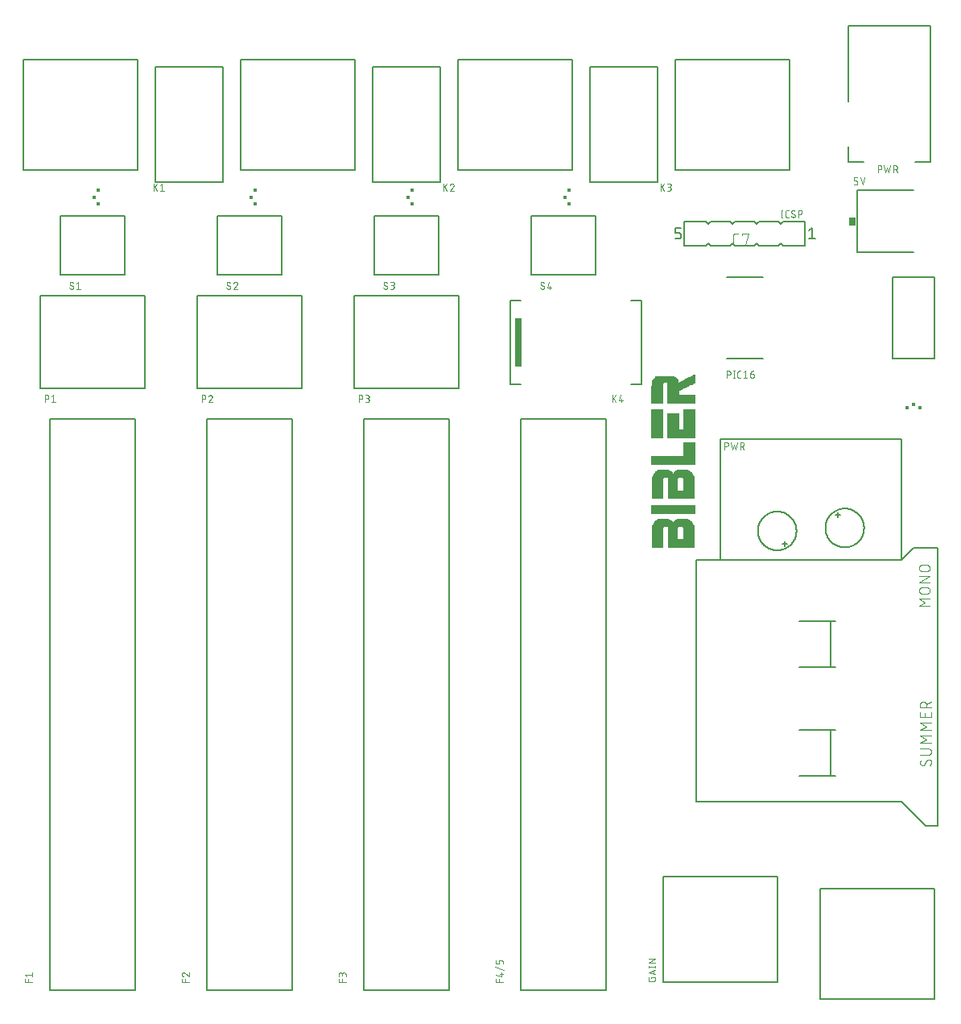
<source format=gbr>
G04 EAGLE Gerber RS-274X export*
G75*
%MOMM*%
%FSLAX34Y34*%
%LPD*%
%INSilkscreen Top*%
%IPPOS*%
%AMOC8*
5,1,8,0,0,1.08239X$1,22.5*%
G01*
%ADD10C,0.152400*%
%ADD11C,0.076200*%
%ADD12R,0.325000X0.425000*%
%ADD13R,0.350000X0.350000*%
%ADD14C,0.127000*%
%ADD15C,0.203200*%
%ADD16C,0.101600*%
%ADD17R,0.635000X5.080000*%
%ADD18R,0.762000X0.863600*%
%ADD19R,0.425000X0.325000*%

G36*
X734776Y533780D02*
X734776Y533780D01*
X734776Y533781D01*
X734776Y557149D01*
X734772Y557154D01*
X734771Y557154D01*
X734268Y557154D01*
X734268Y558419D01*
X734264Y558424D01*
X734263Y558424D01*
X733506Y558424D01*
X733506Y559689D01*
X733502Y559694D01*
X733501Y559694D01*
X732668Y559694D01*
X732668Y560527D01*
X732664Y560532D01*
X732663Y560532D01*
X731982Y560532D01*
X731982Y561721D01*
X731978Y561726D01*
X731977Y561726D01*
X730712Y561726D01*
X730712Y562483D01*
X730708Y562488D01*
X730707Y562488D01*
X729442Y562488D01*
X729442Y563245D01*
X729438Y563250D01*
X729437Y563250D01*
X728096Y563250D01*
X728096Y564007D01*
X728092Y564012D01*
X728091Y564012D01*
X716229Y564012D01*
X716224Y564008D01*
X716225Y564007D01*
X716224Y564007D01*
X716224Y563250D01*
X714959Y563250D01*
X714954Y563246D01*
X714955Y563245D01*
X714954Y563245D01*
X714954Y562488D01*
X713689Y562488D01*
X713684Y562484D01*
X713685Y562483D01*
X713684Y562483D01*
X713684Y561726D01*
X712927Y561726D01*
X712922Y561722D01*
X712923Y561721D01*
X712922Y561721D01*
X712922Y560456D01*
X711662Y560456D01*
X711662Y561721D01*
X711658Y561726D01*
X711657Y561726D01*
X710900Y561726D01*
X710900Y562483D01*
X710896Y562488D01*
X710895Y562488D01*
X709376Y562488D01*
X709376Y563245D01*
X709372Y563250D01*
X709371Y563250D01*
X708106Y563250D01*
X708106Y564007D01*
X708102Y564012D01*
X708101Y564012D01*
X696239Y564012D01*
X696234Y564008D01*
X696235Y564007D01*
X696234Y564007D01*
X696234Y563250D01*
X694893Y563250D01*
X694888Y563246D01*
X694889Y563245D01*
X694888Y563245D01*
X694888Y562488D01*
X693369Y562488D01*
X693364Y562484D01*
X693365Y562483D01*
X693364Y562483D01*
X693364Y561218D01*
X692353Y561218D01*
X692348Y561214D01*
X692349Y561213D01*
X692348Y561213D01*
X692348Y559948D01*
X691591Y559948D01*
X691586Y559944D01*
X691587Y559943D01*
X691586Y559943D01*
X691586Y558500D01*
X690829Y558500D01*
X690824Y558496D01*
X690825Y558496D01*
X690824Y558495D01*
X690824Y556976D01*
X690321Y556976D01*
X690316Y556972D01*
X690317Y556972D01*
X690316Y556971D01*
X690316Y534035D01*
X690321Y534030D01*
X701751Y534030D01*
X701756Y534034D01*
X701756Y534035D01*
X701756Y554858D01*
X702513Y554858D01*
X702518Y554862D01*
X702518Y554863D01*
X702518Y555620D01*
X707334Y555620D01*
X707334Y533781D01*
X707339Y533776D01*
X734771Y533776D01*
X734776Y533780D01*
G37*
G36*
X734776Y482345D02*
X734776Y482345D01*
X734776Y482346D01*
X734776Y505714D01*
X734772Y505719D01*
X734771Y505719D01*
X734268Y505719D01*
X734268Y506984D01*
X734264Y506989D01*
X734263Y506989D01*
X733506Y506989D01*
X733506Y508254D01*
X733502Y508259D01*
X733501Y508259D01*
X732668Y508259D01*
X732668Y509092D01*
X732664Y509097D01*
X732663Y509097D01*
X731982Y509097D01*
X731982Y510286D01*
X731978Y510291D01*
X731977Y510291D01*
X730712Y510291D01*
X730712Y511048D01*
X730708Y511053D01*
X730707Y511053D01*
X729442Y511053D01*
X729442Y511810D01*
X729438Y511815D01*
X729437Y511815D01*
X728096Y511815D01*
X728096Y512572D01*
X728092Y512577D01*
X728091Y512577D01*
X716229Y512577D01*
X716224Y512573D01*
X716225Y512572D01*
X716224Y512572D01*
X716224Y511815D01*
X714959Y511815D01*
X714954Y511811D01*
X714955Y511810D01*
X714954Y511810D01*
X714954Y511053D01*
X713689Y511053D01*
X713684Y511049D01*
X713685Y511048D01*
X713684Y511048D01*
X713684Y510291D01*
X712927Y510291D01*
X712922Y510287D01*
X712923Y510286D01*
X712922Y510286D01*
X712922Y509021D01*
X711662Y509021D01*
X711662Y510286D01*
X711658Y510291D01*
X711657Y510291D01*
X710900Y510291D01*
X710900Y511048D01*
X710896Y511053D01*
X710895Y511053D01*
X709376Y511053D01*
X709376Y511810D01*
X709372Y511815D01*
X709371Y511815D01*
X708106Y511815D01*
X708106Y512572D01*
X708102Y512577D01*
X708101Y512577D01*
X696239Y512577D01*
X696234Y512573D01*
X696235Y512572D01*
X696234Y512572D01*
X696234Y511815D01*
X694893Y511815D01*
X694888Y511811D01*
X694889Y511810D01*
X694888Y511810D01*
X694888Y511053D01*
X693369Y511053D01*
X693364Y511049D01*
X693365Y511048D01*
X693364Y511048D01*
X693364Y509783D01*
X692353Y509783D01*
X692348Y509779D01*
X692349Y509778D01*
X692348Y509778D01*
X692348Y508513D01*
X691591Y508513D01*
X691586Y508509D01*
X691587Y508508D01*
X691586Y508508D01*
X691586Y507065D01*
X690829Y507065D01*
X690824Y507061D01*
X690825Y507061D01*
X690824Y507060D01*
X690824Y505541D01*
X690321Y505541D01*
X690316Y505537D01*
X690317Y505537D01*
X690316Y505536D01*
X690316Y482600D01*
X690321Y482595D01*
X701751Y482595D01*
X701756Y482599D01*
X701756Y482600D01*
X701756Y503423D01*
X702513Y503423D01*
X702518Y503427D01*
X702518Y503428D01*
X702518Y504185D01*
X707334Y504185D01*
X707334Y482346D01*
X707339Y482341D01*
X734771Y482341D01*
X734776Y482345D01*
G37*
G36*
X702010Y633729D02*
X702010Y633729D01*
X702010Y633730D01*
X702010Y655061D01*
X702513Y655061D01*
X702518Y655065D01*
X702518Y655066D01*
X702518Y655823D01*
X705810Y655823D01*
X705810Y633730D01*
X705815Y633725D01*
X735533Y633725D01*
X735538Y633729D01*
X735538Y633730D01*
X735538Y642874D01*
X735534Y642879D01*
X735533Y642879D01*
X719028Y642879D01*
X719028Y647441D01*
X720547Y647441D01*
X720552Y647445D01*
X720552Y647446D01*
X720552Y648203D01*
X721817Y648203D01*
X721822Y648207D01*
X721822Y648208D01*
X721822Y648965D01*
X723087Y648965D01*
X723092Y648969D01*
X723092Y648970D01*
X723092Y649727D01*
X724611Y649727D01*
X724616Y649731D01*
X724616Y649732D01*
X724616Y650235D01*
X725881Y650235D01*
X725886Y650239D01*
X725886Y650240D01*
X725886Y650997D01*
X727405Y650997D01*
X727410Y651001D01*
X727410Y651002D01*
X727410Y651759D01*
X728675Y651759D01*
X728680Y651763D01*
X728680Y651764D01*
X728680Y652267D01*
X729945Y652267D01*
X729950Y652271D01*
X729950Y652272D01*
X729950Y653029D01*
X731469Y653029D01*
X731474Y653033D01*
X731474Y653034D01*
X731474Y653537D01*
X732739Y653537D01*
X732744Y653541D01*
X732744Y653542D01*
X732744Y654299D01*
X734263Y654299D01*
X734268Y654303D01*
X734268Y654304D01*
X734268Y655061D01*
X735533Y655061D01*
X735538Y655065D01*
X735538Y655066D01*
X735538Y663956D01*
X735534Y663961D01*
X735533Y663961D01*
X733501Y663961D01*
X733496Y663957D01*
X733497Y663956D01*
X733496Y663956D01*
X733496Y663453D01*
X731977Y663453D01*
X731972Y663449D01*
X731973Y663448D01*
X731972Y663448D01*
X731972Y662691D01*
X730707Y662691D01*
X730702Y662687D01*
X730703Y662686D01*
X730702Y662686D01*
X730702Y661929D01*
X729437Y661929D01*
X729432Y661925D01*
X729433Y661924D01*
X729432Y661924D01*
X729432Y661421D01*
X727913Y661421D01*
X727908Y661417D01*
X727909Y661416D01*
X727908Y661416D01*
X727908Y660659D01*
X726643Y660659D01*
X726638Y660655D01*
X726639Y660654D01*
X726638Y660654D01*
X726638Y659897D01*
X725119Y659897D01*
X725114Y659893D01*
X725115Y659892D01*
X725114Y659892D01*
X725114Y659389D01*
X723849Y659389D01*
X723844Y659385D01*
X723844Y659384D01*
X723844Y658627D01*
X722579Y658627D01*
X722574Y658623D01*
X722575Y658622D01*
X722574Y658622D01*
X722574Y657865D01*
X721563Y657865D01*
X721558Y657861D01*
X721559Y657860D01*
X721558Y657860D01*
X721558Y657103D01*
X720293Y657103D01*
X720288Y657099D01*
X720289Y657098D01*
X720288Y657098D01*
X720288Y656595D01*
X719023Y656595D01*
X719018Y656591D01*
X719019Y656590D01*
X719018Y656590D01*
X719018Y655833D01*
X717758Y655833D01*
X717758Y659130D01*
X717754Y659135D01*
X717753Y659135D01*
X716996Y659135D01*
X716996Y659892D01*
X716992Y659897D01*
X716991Y659897D01*
X716234Y659897D01*
X716234Y660654D01*
X716230Y660659D01*
X716229Y660659D01*
X715472Y660659D01*
X715472Y661416D01*
X715468Y661421D01*
X715467Y661421D01*
X714710Y661421D01*
X714710Y661924D01*
X714706Y661929D01*
X714705Y661929D01*
X713948Y661929D01*
X713948Y662686D01*
X713944Y662691D01*
X713943Y662691D01*
X693623Y662691D01*
X693618Y662687D01*
X693619Y662686D01*
X693618Y662686D01*
X693618Y661421D01*
X693115Y661421D01*
X693110Y661417D01*
X693111Y661416D01*
X693110Y661416D01*
X693110Y660913D01*
X692353Y660913D01*
X692348Y660909D01*
X692349Y660908D01*
X692348Y660908D01*
X692348Y660151D01*
X691591Y660151D01*
X691586Y660147D01*
X691587Y660146D01*
X691586Y660146D01*
X691586Y659389D01*
X690829Y659389D01*
X690824Y659385D01*
X690824Y659384D01*
X690824Y658627D01*
X690067Y658627D01*
X690062Y658623D01*
X690063Y658622D01*
X690062Y658622D01*
X690062Y652531D01*
X689559Y652531D01*
X689554Y652527D01*
X689555Y652526D01*
X689554Y652526D01*
X689554Y633730D01*
X689559Y633725D01*
X702005Y633725D01*
X702010Y633729D01*
G37*
G36*
X735538Y597407D02*
X735538Y597407D01*
X735538Y597408D01*
X735538Y627634D01*
X735534Y627639D01*
X735533Y627639D01*
X723087Y627639D01*
X723082Y627635D01*
X723083Y627634D01*
X723082Y627634D01*
X723082Y606557D01*
X718520Y606557D01*
X718520Y623570D01*
X718516Y623575D01*
X718515Y623575D01*
X706069Y623575D01*
X706064Y623571D01*
X706065Y623570D01*
X706064Y623570D01*
X706064Y597408D01*
X706069Y597403D01*
X735533Y597403D01*
X735538Y597407D01*
G37*
G36*
X735538Y569467D02*
X735538Y569467D01*
X735538Y569468D01*
X735538Y592836D01*
X735534Y592841D01*
X735533Y592841D01*
X723087Y592841D01*
X723082Y592837D01*
X723083Y592836D01*
X723082Y592836D01*
X723082Y578363D01*
X689559Y578363D01*
X689554Y578359D01*
X689555Y578358D01*
X689554Y578358D01*
X689554Y569468D01*
X689559Y569463D01*
X735533Y569463D01*
X735538Y569467D01*
G37*
G36*
X735538Y517905D02*
X735538Y517905D01*
X735538Y517906D01*
X735538Y526796D01*
X735534Y526801D01*
X735533Y526801D01*
X689559Y526801D01*
X689554Y526797D01*
X689555Y526796D01*
X689554Y526796D01*
X689554Y517906D01*
X689559Y517901D01*
X735533Y517901D01*
X735538Y517905D01*
G37*
G36*
X701756Y597407D02*
X701756Y597407D01*
X701756Y597408D01*
X701756Y627634D01*
X701752Y627639D01*
X701751Y627639D01*
X689305Y627639D01*
X689300Y627635D01*
X689301Y627634D01*
X689300Y627634D01*
X689300Y597408D01*
X689305Y597403D01*
X701751Y597403D01*
X701756Y597407D01*
G37*
%LPC*%
G36*
X716996Y542676D02*
X716996Y542676D01*
X716996Y554858D01*
X717753Y554858D01*
X717758Y554862D01*
X717758Y554863D01*
X717758Y555620D01*
X722320Y555620D01*
X722320Y554863D01*
X722325Y554858D01*
X723082Y554858D01*
X723082Y542676D01*
X716996Y542676D01*
G37*
%LPD*%
%LPC*%
G36*
X716996Y491241D02*
X716996Y491241D01*
X716996Y503423D01*
X717753Y503423D01*
X717758Y503427D01*
X717758Y503428D01*
X717758Y504185D01*
X722320Y504185D01*
X722320Y503428D01*
X722325Y503423D01*
X723082Y503423D01*
X723082Y491241D01*
X716996Y491241D01*
G37*
%LPD*%
D10*
X762000Y596900D02*
X762000Y469900D01*
X952500Y469900D01*
X952500Y596900D01*
X762000Y596900D01*
X736600Y469900D02*
X736600Y215900D01*
X952500Y215900D01*
X977900Y190500D01*
X990600Y190500D01*
X762000Y469900D02*
X736600Y469900D01*
X952500Y469900D02*
X965200Y482600D01*
X990600Y482600D01*
X990600Y190500D01*
D11*
X766191Y585851D02*
X766191Y593217D01*
X768237Y593217D01*
X768326Y593215D01*
X768415Y593209D01*
X768504Y593199D01*
X768592Y593186D01*
X768680Y593169D01*
X768767Y593147D01*
X768852Y593122D01*
X768937Y593094D01*
X769020Y593061D01*
X769102Y593025D01*
X769182Y592986D01*
X769260Y592943D01*
X769336Y592897D01*
X769411Y592847D01*
X769483Y592794D01*
X769552Y592738D01*
X769619Y592679D01*
X769684Y592618D01*
X769745Y592553D01*
X769804Y592486D01*
X769860Y592417D01*
X769913Y592345D01*
X769963Y592270D01*
X770009Y592194D01*
X770052Y592116D01*
X770091Y592036D01*
X770127Y591954D01*
X770160Y591871D01*
X770188Y591786D01*
X770213Y591701D01*
X770235Y591614D01*
X770252Y591526D01*
X770265Y591438D01*
X770275Y591349D01*
X770281Y591260D01*
X770283Y591171D01*
X770281Y591082D01*
X770275Y590993D01*
X770265Y590904D01*
X770252Y590816D01*
X770235Y590728D01*
X770213Y590641D01*
X770188Y590556D01*
X770160Y590471D01*
X770127Y590388D01*
X770091Y590306D01*
X770052Y590226D01*
X770009Y590148D01*
X769963Y590072D01*
X769913Y589997D01*
X769860Y589925D01*
X769804Y589856D01*
X769745Y589789D01*
X769684Y589724D01*
X769619Y589663D01*
X769552Y589604D01*
X769483Y589548D01*
X769411Y589495D01*
X769336Y589445D01*
X769260Y589399D01*
X769182Y589356D01*
X769102Y589317D01*
X769020Y589281D01*
X768937Y589248D01*
X768852Y589220D01*
X768767Y589195D01*
X768680Y589173D01*
X768592Y589156D01*
X768504Y589143D01*
X768415Y589133D01*
X768326Y589127D01*
X768237Y589125D01*
X766191Y589125D01*
X772892Y593217D02*
X774529Y585851D01*
X776166Y590762D01*
X777803Y585851D01*
X779440Y593217D01*
X782706Y593217D02*
X782706Y585851D01*
X782706Y593217D02*
X784752Y593217D01*
X784841Y593215D01*
X784930Y593209D01*
X785019Y593199D01*
X785107Y593186D01*
X785195Y593169D01*
X785282Y593147D01*
X785367Y593122D01*
X785452Y593094D01*
X785535Y593061D01*
X785617Y593025D01*
X785697Y592986D01*
X785775Y592943D01*
X785851Y592897D01*
X785926Y592847D01*
X785998Y592794D01*
X786067Y592738D01*
X786134Y592679D01*
X786199Y592618D01*
X786260Y592553D01*
X786319Y592486D01*
X786375Y592417D01*
X786428Y592345D01*
X786478Y592270D01*
X786524Y592194D01*
X786567Y592116D01*
X786606Y592036D01*
X786642Y591954D01*
X786675Y591871D01*
X786703Y591786D01*
X786728Y591701D01*
X786750Y591614D01*
X786767Y591526D01*
X786780Y591438D01*
X786790Y591349D01*
X786796Y591260D01*
X786798Y591171D01*
X786796Y591082D01*
X786790Y590993D01*
X786780Y590904D01*
X786767Y590816D01*
X786750Y590728D01*
X786728Y590641D01*
X786703Y590556D01*
X786675Y590471D01*
X786642Y590388D01*
X786606Y590306D01*
X786567Y590226D01*
X786524Y590148D01*
X786478Y590072D01*
X786428Y589997D01*
X786375Y589925D01*
X786319Y589856D01*
X786260Y589789D01*
X786199Y589724D01*
X786134Y589663D01*
X786067Y589604D01*
X785998Y589548D01*
X785926Y589495D01*
X785851Y589445D01*
X785775Y589399D01*
X785697Y589356D01*
X785617Y589317D01*
X785535Y589281D01*
X785452Y589248D01*
X785367Y589220D01*
X785282Y589195D01*
X785195Y589173D01*
X785107Y589156D01*
X785019Y589143D01*
X784930Y589133D01*
X784841Y589127D01*
X784752Y589125D01*
X782706Y589125D01*
X785161Y589125D02*
X786798Y585851D01*
D10*
X826770Y486130D02*
X831850Y486130D01*
X829310Y488670D02*
X829310Y483590D01*
X801370Y500100D02*
X801376Y500599D01*
X801394Y501097D01*
X801425Y501595D01*
X801468Y502092D01*
X801523Y502587D01*
X801590Y503082D01*
X801669Y503574D01*
X801760Y504064D01*
X801864Y504552D01*
X801979Y505037D01*
X802106Y505520D01*
X802245Y505999D01*
X802396Y506474D01*
X802558Y506946D01*
X802732Y507413D01*
X802917Y507876D01*
X803113Y508335D01*
X803321Y508788D01*
X803540Y509236D01*
X803769Y509679D01*
X804010Y510116D01*
X804261Y510547D01*
X804523Y510971D01*
X804795Y511389D01*
X805077Y511800D01*
X805369Y512205D01*
X805671Y512602D01*
X805982Y512991D01*
X806304Y513372D01*
X806634Y513746D01*
X806973Y514111D01*
X807322Y514468D01*
X807679Y514817D01*
X808044Y515156D01*
X808418Y515486D01*
X808799Y515808D01*
X809188Y516119D01*
X809585Y516421D01*
X809990Y516713D01*
X810401Y516995D01*
X810819Y517267D01*
X811243Y517529D01*
X811674Y517780D01*
X812111Y518021D01*
X812554Y518250D01*
X813002Y518469D01*
X813455Y518677D01*
X813914Y518873D01*
X814377Y519058D01*
X814844Y519232D01*
X815316Y519394D01*
X815791Y519545D01*
X816270Y519684D01*
X816753Y519811D01*
X817238Y519926D01*
X817726Y520030D01*
X818216Y520121D01*
X818708Y520200D01*
X819203Y520267D01*
X819698Y520322D01*
X820195Y520365D01*
X820693Y520396D01*
X821191Y520414D01*
X821690Y520420D01*
X822189Y520414D01*
X822687Y520396D01*
X823185Y520365D01*
X823682Y520322D01*
X824177Y520267D01*
X824672Y520200D01*
X825164Y520121D01*
X825654Y520030D01*
X826142Y519926D01*
X826627Y519811D01*
X827110Y519684D01*
X827589Y519545D01*
X828064Y519394D01*
X828536Y519232D01*
X829003Y519058D01*
X829466Y518873D01*
X829925Y518677D01*
X830378Y518469D01*
X830826Y518250D01*
X831269Y518021D01*
X831706Y517780D01*
X832137Y517529D01*
X832561Y517267D01*
X832979Y516995D01*
X833390Y516713D01*
X833795Y516421D01*
X834192Y516119D01*
X834581Y515808D01*
X834962Y515486D01*
X835336Y515156D01*
X835701Y514817D01*
X836058Y514468D01*
X836407Y514111D01*
X836746Y513746D01*
X837076Y513372D01*
X837398Y512991D01*
X837709Y512602D01*
X838011Y512205D01*
X838303Y511800D01*
X838585Y511389D01*
X838857Y510971D01*
X839119Y510547D01*
X839370Y510116D01*
X839611Y509679D01*
X839840Y509236D01*
X840059Y508788D01*
X840267Y508335D01*
X840463Y507876D01*
X840648Y507413D01*
X840822Y506946D01*
X840984Y506474D01*
X841135Y505999D01*
X841274Y505520D01*
X841401Y505037D01*
X841516Y504552D01*
X841620Y504064D01*
X841711Y503574D01*
X841790Y503082D01*
X841857Y502587D01*
X841912Y502092D01*
X841955Y501595D01*
X841986Y501097D01*
X842004Y500599D01*
X842010Y500100D01*
X842004Y499601D01*
X841986Y499103D01*
X841955Y498605D01*
X841912Y498108D01*
X841857Y497613D01*
X841790Y497118D01*
X841711Y496626D01*
X841620Y496136D01*
X841516Y495648D01*
X841401Y495163D01*
X841274Y494680D01*
X841135Y494201D01*
X840984Y493726D01*
X840822Y493254D01*
X840648Y492787D01*
X840463Y492324D01*
X840267Y491865D01*
X840059Y491412D01*
X839840Y490964D01*
X839611Y490521D01*
X839370Y490084D01*
X839119Y489653D01*
X838857Y489229D01*
X838585Y488811D01*
X838303Y488400D01*
X838011Y487995D01*
X837709Y487598D01*
X837398Y487209D01*
X837076Y486828D01*
X836746Y486454D01*
X836407Y486089D01*
X836058Y485732D01*
X835701Y485383D01*
X835336Y485044D01*
X834962Y484714D01*
X834581Y484392D01*
X834192Y484081D01*
X833795Y483779D01*
X833390Y483487D01*
X832979Y483205D01*
X832561Y482933D01*
X832137Y482671D01*
X831706Y482420D01*
X831269Y482179D01*
X830826Y481950D01*
X830378Y481731D01*
X829925Y481523D01*
X829466Y481327D01*
X829003Y481142D01*
X828536Y480968D01*
X828064Y480806D01*
X827589Y480655D01*
X827110Y480516D01*
X826627Y480389D01*
X826142Y480274D01*
X825654Y480170D01*
X825164Y480079D01*
X824672Y480000D01*
X824177Y479933D01*
X823682Y479878D01*
X823185Y479835D01*
X822687Y479804D01*
X822189Y479786D01*
X821690Y479780D01*
X821191Y479786D01*
X820693Y479804D01*
X820195Y479835D01*
X819698Y479878D01*
X819203Y479933D01*
X818708Y480000D01*
X818216Y480079D01*
X817726Y480170D01*
X817238Y480274D01*
X816753Y480389D01*
X816270Y480516D01*
X815791Y480655D01*
X815316Y480806D01*
X814844Y480968D01*
X814377Y481142D01*
X813914Y481327D01*
X813455Y481523D01*
X813002Y481731D01*
X812554Y481950D01*
X812111Y482179D01*
X811674Y482420D01*
X811243Y482671D01*
X810819Y482933D01*
X810401Y483205D01*
X809990Y483487D01*
X809585Y483779D01*
X809188Y484081D01*
X808799Y484392D01*
X808418Y484714D01*
X808044Y485044D01*
X807679Y485383D01*
X807322Y485732D01*
X806973Y486089D01*
X806634Y486454D01*
X806304Y486828D01*
X805982Y487209D01*
X805671Y487598D01*
X805369Y487995D01*
X805077Y488400D01*
X804795Y488811D01*
X804523Y489229D01*
X804261Y489653D01*
X804010Y490084D01*
X803769Y490521D01*
X803540Y490964D01*
X803321Y491412D01*
X803113Y491865D01*
X802917Y492324D01*
X802732Y492787D01*
X802558Y493254D01*
X802396Y493726D01*
X802245Y494201D01*
X802106Y494680D01*
X801979Y495163D01*
X801864Y495648D01*
X801760Y496136D01*
X801669Y496626D01*
X801590Y497118D01*
X801523Y497613D01*
X801468Y498108D01*
X801425Y498605D01*
X801394Y499103D01*
X801376Y499601D01*
X801370Y500100D01*
X882650Y517170D02*
X887730Y517170D01*
X885190Y514630D02*
X885190Y519710D01*
X872490Y503200D02*
X872496Y503699D01*
X872514Y504197D01*
X872545Y504695D01*
X872588Y505192D01*
X872643Y505687D01*
X872710Y506182D01*
X872789Y506674D01*
X872880Y507164D01*
X872984Y507652D01*
X873099Y508137D01*
X873226Y508620D01*
X873365Y509099D01*
X873516Y509574D01*
X873678Y510046D01*
X873852Y510513D01*
X874037Y510976D01*
X874233Y511435D01*
X874441Y511888D01*
X874660Y512336D01*
X874889Y512779D01*
X875130Y513216D01*
X875381Y513647D01*
X875643Y514071D01*
X875915Y514489D01*
X876197Y514900D01*
X876489Y515305D01*
X876791Y515702D01*
X877102Y516091D01*
X877424Y516472D01*
X877754Y516846D01*
X878093Y517211D01*
X878442Y517568D01*
X878799Y517917D01*
X879164Y518256D01*
X879538Y518586D01*
X879919Y518908D01*
X880308Y519219D01*
X880705Y519521D01*
X881110Y519813D01*
X881521Y520095D01*
X881939Y520367D01*
X882363Y520629D01*
X882794Y520880D01*
X883231Y521121D01*
X883674Y521350D01*
X884122Y521569D01*
X884575Y521777D01*
X885034Y521973D01*
X885497Y522158D01*
X885964Y522332D01*
X886436Y522494D01*
X886911Y522645D01*
X887390Y522784D01*
X887873Y522911D01*
X888358Y523026D01*
X888846Y523130D01*
X889336Y523221D01*
X889828Y523300D01*
X890323Y523367D01*
X890818Y523422D01*
X891315Y523465D01*
X891813Y523496D01*
X892311Y523514D01*
X892810Y523520D01*
X893309Y523514D01*
X893807Y523496D01*
X894305Y523465D01*
X894802Y523422D01*
X895297Y523367D01*
X895792Y523300D01*
X896284Y523221D01*
X896774Y523130D01*
X897262Y523026D01*
X897747Y522911D01*
X898230Y522784D01*
X898709Y522645D01*
X899184Y522494D01*
X899656Y522332D01*
X900123Y522158D01*
X900586Y521973D01*
X901045Y521777D01*
X901498Y521569D01*
X901946Y521350D01*
X902389Y521121D01*
X902826Y520880D01*
X903257Y520629D01*
X903681Y520367D01*
X904099Y520095D01*
X904510Y519813D01*
X904915Y519521D01*
X905312Y519219D01*
X905701Y518908D01*
X906082Y518586D01*
X906456Y518256D01*
X906821Y517917D01*
X907178Y517568D01*
X907527Y517211D01*
X907866Y516846D01*
X908196Y516472D01*
X908518Y516091D01*
X908829Y515702D01*
X909131Y515305D01*
X909423Y514900D01*
X909705Y514489D01*
X909977Y514071D01*
X910239Y513647D01*
X910490Y513216D01*
X910731Y512779D01*
X910960Y512336D01*
X911179Y511888D01*
X911387Y511435D01*
X911583Y510976D01*
X911768Y510513D01*
X911942Y510046D01*
X912104Y509574D01*
X912255Y509099D01*
X912394Y508620D01*
X912521Y508137D01*
X912636Y507652D01*
X912740Y507164D01*
X912831Y506674D01*
X912910Y506182D01*
X912977Y505687D01*
X913032Y505192D01*
X913075Y504695D01*
X913106Y504197D01*
X913124Y503699D01*
X913130Y503200D01*
X913124Y502701D01*
X913106Y502203D01*
X913075Y501705D01*
X913032Y501208D01*
X912977Y500713D01*
X912910Y500218D01*
X912831Y499726D01*
X912740Y499236D01*
X912636Y498748D01*
X912521Y498263D01*
X912394Y497780D01*
X912255Y497301D01*
X912104Y496826D01*
X911942Y496354D01*
X911768Y495887D01*
X911583Y495424D01*
X911387Y494965D01*
X911179Y494512D01*
X910960Y494064D01*
X910731Y493621D01*
X910490Y493184D01*
X910239Y492753D01*
X909977Y492329D01*
X909705Y491911D01*
X909423Y491500D01*
X909131Y491095D01*
X908829Y490698D01*
X908518Y490309D01*
X908196Y489928D01*
X907866Y489554D01*
X907527Y489189D01*
X907178Y488832D01*
X906821Y488483D01*
X906456Y488144D01*
X906082Y487814D01*
X905701Y487492D01*
X905312Y487181D01*
X904915Y486879D01*
X904510Y486587D01*
X904099Y486305D01*
X903681Y486033D01*
X903257Y485771D01*
X902826Y485520D01*
X902389Y485279D01*
X901946Y485050D01*
X901498Y484831D01*
X901045Y484623D01*
X900586Y484427D01*
X900123Y484242D01*
X899656Y484068D01*
X899184Y483906D01*
X898709Y483755D01*
X898230Y483616D01*
X897747Y483489D01*
X897262Y483374D01*
X896774Y483270D01*
X896284Y483179D01*
X895792Y483100D01*
X895297Y483033D01*
X894802Y482978D01*
X894305Y482935D01*
X893807Y482904D01*
X893309Y482886D01*
X892810Y482880D01*
X892311Y482886D01*
X891813Y482904D01*
X891315Y482935D01*
X890818Y482978D01*
X890323Y483033D01*
X889828Y483100D01*
X889336Y483179D01*
X888846Y483270D01*
X888358Y483374D01*
X887873Y483489D01*
X887390Y483616D01*
X886911Y483755D01*
X886436Y483906D01*
X885964Y484068D01*
X885497Y484242D01*
X885034Y484427D01*
X884575Y484623D01*
X884122Y484831D01*
X883674Y485050D01*
X883231Y485279D01*
X882794Y485520D01*
X882363Y485771D01*
X881939Y486033D01*
X881521Y486305D01*
X881110Y486587D01*
X880705Y486879D01*
X880308Y487181D01*
X879919Y487492D01*
X879538Y487814D01*
X879164Y488144D01*
X878799Y488483D01*
X878442Y488832D01*
X878093Y489189D01*
X877754Y489554D01*
X877424Y489928D01*
X877102Y490309D01*
X876791Y490698D01*
X876489Y491095D01*
X876197Y491500D01*
X875915Y491911D01*
X875643Y492329D01*
X875381Y492753D01*
X875130Y493184D01*
X874889Y493621D01*
X874660Y494064D01*
X874441Y494512D01*
X874233Y494965D01*
X874037Y495424D01*
X873852Y495887D01*
X873678Y496354D01*
X873516Y496826D01*
X873365Y497301D01*
X873226Y497780D01*
X873099Y498263D01*
X872984Y498748D01*
X872880Y499236D01*
X872789Y499726D01*
X872710Y500218D01*
X872643Y500713D01*
X872588Y501208D01*
X872545Y501705D01*
X872514Y502203D01*
X872496Y502701D01*
X872490Y503200D01*
D12*
X972075Y629375D03*
X958325Y629375D03*
D13*
X965200Y633250D03*
D14*
X321700Y650000D02*
X211700Y650000D01*
X321700Y650000D02*
X321700Y747000D01*
X211700Y747000D01*
X211700Y650000D01*
D11*
X216281Y642747D02*
X216281Y635381D01*
X216281Y642747D02*
X218327Y642747D01*
X218416Y642745D01*
X218505Y642739D01*
X218594Y642729D01*
X218682Y642716D01*
X218770Y642699D01*
X218857Y642677D01*
X218942Y642652D01*
X219027Y642624D01*
X219110Y642591D01*
X219192Y642555D01*
X219272Y642516D01*
X219350Y642473D01*
X219426Y642427D01*
X219501Y642377D01*
X219573Y642324D01*
X219642Y642268D01*
X219709Y642209D01*
X219774Y642148D01*
X219835Y642083D01*
X219894Y642016D01*
X219950Y641947D01*
X220003Y641875D01*
X220053Y641800D01*
X220099Y641724D01*
X220142Y641646D01*
X220181Y641566D01*
X220217Y641484D01*
X220250Y641401D01*
X220278Y641316D01*
X220303Y641231D01*
X220325Y641144D01*
X220342Y641056D01*
X220355Y640968D01*
X220365Y640879D01*
X220371Y640790D01*
X220373Y640701D01*
X220371Y640612D01*
X220365Y640523D01*
X220355Y640434D01*
X220342Y640346D01*
X220325Y640258D01*
X220303Y640171D01*
X220278Y640086D01*
X220250Y640001D01*
X220217Y639918D01*
X220181Y639836D01*
X220142Y639756D01*
X220099Y639678D01*
X220053Y639602D01*
X220003Y639527D01*
X219950Y639455D01*
X219894Y639386D01*
X219835Y639319D01*
X219774Y639254D01*
X219709Y639193D01*
X219642Y639134D01*
X219573Y639078D01*
X219501Y639025D01*
X219426Y638975D01*
X219350Y638929D01*
X219272Y638886D01*
X219192Y638847D01*
X219110Y638811D01*
X219027Y638778D01*
X218942Y638750D01*
X218857Y638725D01*
X218770Y638703D01*
X218682Y638686D01*
X218594Y638673D01*
X218505Y638663D01*
X218416Y638657D01*
X218327Y638655D01*
X216281Y638655D01*
X225485Y642748D02*
X225570Y642746D01*
X225655Y642740D01*
X225739Y642730D01*
X225823Y642717D01*
X225907Y642699D01*
X225989Y642678D01*
X226070Y642653D01*
X226150Y642624D01*
X226229Y642591D01*
X226306Y642555D01*
X226381Y642515D01*
X226455Y642472D01*
X226526Y642426D01*
X226595Y642376D01*
X226662Y642323D01*
X226726Y642267D01*
X226787Y642208D01*
X226846Y642147D01*
X226902Y642083D01*
X226955Y642016D01*
X227005Y641947D01*
X227051Y641876D01*
X227094Y641802D01*
X227134Y641727D01*
X227170Y641650D01*
X227203Y641571D01*
X227232Y641491D01*
X227257Y641410D01*
X227278Y641328D01*
X227296Y641244D01*
X227309Y641160D01*
X227319Y641076D01*
X227325Y640991D01*
X227327Y640906D01*
X225485Y642747D02*
X225389Y642745D01*
X225293Y642739D01*
X225198Y642729D01*
X225103Y642716D01*
X225008Y642698D01*
X224915Y642677D01*
X224822Y642652D01*
X224731Y642623D01*
X224640Y642591D01*
X224551Y642555D01*
X224464Y642515D01*
X224378Y642472D01*
X224294Y642426D01*
X224212Y642376D01*
X224132Y642322D01*
X224055Y642266D01*
X223980Y642206D01*
X223907Y642144D01*
X223837Y642078D01*
X223769Y642010D01*
X223704Y641939D01*
X223643Y641866D01*
X223584Y641790D01*
X223528Y641711D01*
X223476Y641631D01*
X223427Y641548D01*
X223381Y641464D01*
X223339Y641378D01*
X223301Y641290D01*
X223266Y641201D01*
X223234Y641110D01*
X226713Y639474D02*
X226773Y639533D01*
X226830Y639595D01*
X226885Y639659D01*
X226936Y639726D01*
X226985Y639795D01*
X227031Y639865D01*
X227074Y639938D01*
X227114Y640012D01*
X227150Y640088D01*
X227183Y640166D01*
X227213Y640245D01*
X227240Y640325D01*
X227263Y640406D01*
X227282Y640488D01*
X227298Y640570D01*
X227311Y640654D01*
X227320Y640738D01*
X227325Y640822D01*
X227327Y640906D01*
X226713Y639473D02*
X223235Y635381D01*
X227327Y635381D01*
D14*
X376800Y650000D02*
X486800Y650000D01*
X486800Y747000D01*
X376800Y747000D01*
X376800Y650000D01*
D11*
X381381Y642747D02*
X381381Y635381D01*
X381381Y642747D02*
X383427Y642747D01*
X383516Y642745D01*
X383605Y642739D01*
X383694Y642729D01*
X383782Y642716D01*
X383870Y642699D01*
X383957Y642677D01*
X384042Y642652D01*
X384127Y642624D01*
X384210Y642591D01*
X384292Y642555D01*
X384372Y642516D01*
X384450Y642473D01*
X384526Y642427D01*
X384601Y642377D01*
X384673Y642324D01*
X384742Y642268D01*
X384809Y642209D01*
X384874Y642148D01*
X384935Y642083D01*
X384994Y642016D01*
X385050Y641947D01*
X385103Y641875D01*
X385153Y641800D01*
X385199Y641724D01*
X385242Y641646D01*
X385281Y641566D01*
X385317Y641484D01*
X385350Y641401D01*
X385378Y641316D01*
X385403Y641231D01*
X385425Y641144D01*
X385442Y641056D01*
X385455Y640968D01*
X385465Y640879D01*
X385471Y640790D01*
X385473Y640701D01*
X385471Y640612D01*
X385465Y640523D01*
X385455Y640434D01*
X385442Y640346D01*
X385425Y640258D01*
X385403Y640171D01*
X385378Y640086D01*
X385350Y640001D01*
X385317Y639918D01*
X385281Y639836D01*
X385242Y639756D01*
X385199Y639678D01*
X385153Y639602D01*
X385103Y639527D01*
X385050Y639455D01*
X384994Y639386D01*
X384935Y639319D01*
X384874Y639254D01*
X384809Y639193D01*
X384742Y639134D01*
X384673Y639078D01*
X384601Y639025D01*
X384526Y638975D01*
X384450Y638929D01*
X384372Y638886D01*
X384292Y638847D01*
X384210Y638811D01*
X384127Y638778D01*
X384042Y638750D01*
X383957Y638725D01*
X383870Y638703D01*
X383782Y638686D01*
X383694Y638673D01*
X383605Y638663D01*
X383516Y638657D01*
X383427Y638655D01*
X381381Y638655D01*
X388335Y635381D02*
X390381Y635381D01*
X390470Y635383D01*
X390559Y635389D01*
X390648Y635399D01*
X390736Y635412D01*
X390824Y635429D01*
X390911Y635451D01*
X390996Y635476D01*
X391081Y635504D01*
X391164Y635537D01*
X391246Y635573D01*
X391326Y635612D01*
X391404Y635655D01*
X391480Y635701D01*
X391555Y635751D01*
X391627Y635804D01*
X391696Y635860D01*
X391763Y635919D01*
X391828Y635980D01*
X391889Y636045D01*
X391948Y636112D01*
X392004Y636181D01*
X392057Y636253D01*
X392107Y636328D01*
X392153Y636404D01*
X392196Y636482D01*
X392235Y636562D01*
X392271Y636644D01*
X392304Y636727D01*
X392332Y636812D01*
X392357Y636897D01*
X392379Y636984D01*
X392396Y637072D01*
X392409Y637160D01*
X392419Y637249D01*
X392425Y637338D01*
X392427Y637427D01*
X392425Y637516D01*
X392419Y637605D01*
X392409Y637694D01*
X392396Y637782D01*
X392379Y637870D01*
X392357Y637957D01*
X392332Y638042D01*
X392304Y638127D01*
X392271Y638210D01*
X392235Y638292D01*
X392196Y638372D01*
X392153Y638450D01*
X392107Y638526D01*
X392057Y638601D01*
X392004Y638673D01*
X391948Y638742D01*
X391889Y638809D01*
X391828Y638874D01*
X391763Y638935D01*
X391696Y638994D01*
X391627Y639050D01*
X391555Y639103D01*
X391480Y639153D01*
X391404Y639199D01*
X391326Y639242D01*
X391246Y639281D01*
X391164Y639317D01*
X391081Y639350D01*
X390996Y639378D01*
X390911Y639403D01*
X390824Y639425D01*
X390736Y639442D01*
X390648Y639455D01*
X390559Y639465D01*
X390470Y639471D01*
X390381Y639473D01*
X390790Y642747D02*
X388335Y642747D01*
X390790Y642747D02*
X390869Y642745D01*
X390948Y642739D01*
X391027Y642730D01*
X391105Y642717D01*
X391182Y642699D01*
X391258Y642679D01*
X391333Y642654D01*
X391407Y642626D01*
X391480Y642595D01*
X391551Y642559D01*
X391620Y642521D01*
X391687Y642479D01*
X391752Y642434D01*
X391815Y642386D01*
X391876Y642335D01*
X391933Y642281D01*
X391989Y642225D01*
X392041Y642166D01*
X392091Y642104D01*
X392137Y642040D01*
X392181Y641974D01*
X392221Y641906D01*
X392257Y641836D01*
X392291Y641764D01*
X392321Y641690D01*
X392347Y641616D01*
X392370Y641540D01*
X392388Y641463D01*
X392404Y641386D01*
X392415Y641307D01*
X392423Y641229D01*
X392427Y641150D01*
X392427Y641070D01*
X392423Y640991D01*
X392415Y640913D01*
X392404Y640834D01*
X392388Y640757D01*
X392370Y640680D01*
X392347Y640604D01*
X392321Y640530D01*
X392291Y640456D01*
X392257Y640384D01*
X392221Y640314D01*
X392181Y640246D01*
X392137Y640180D01*
X392091Y640116D01*
X392041Y640054D01*
X391989Y639995D01*
X391933Y639939D01*
X391876Y639885D01*
X391815Y639834D01*
X391752Y639786D01*
X391687Y639741D01*
X391620Y639699D01*
X391551Y639661D01*
X391480Y639625D01*
X391407Y639594D01*
X391333Y639566D01*
X391258Y639541D01*
X391182Y639521D01*
X391105Y639503D01*
X391027Y639490D01*
X390948Y639481D01*
X390869Y639475D01*
X390790Y639473D01*
X389153Y639473D01*
D14*
X156600Y650000D02*
X46600Y650000D01*
X156600Y650000D02*
X156600Y747000D01*
X46600Y747000D01*
X46600Y650000D01*
D11*
X51181Y642747D02*
X51181Y635381D01*
X51181Y642747D02*
X53227Y642747D01*
X53316Y642745D01*
X53405Y642739D01*
X53494Y642729D01*
X53582Y642716D01*
X53670Y642699D01*
X53757Y642677D01*
X53842Y642652D01*
X53927Y642624D01*
X54010Y642591D01*
X54092Y642555D01*
X54172Y642516D01*
X54250Y642473D01*
X54326Y642427D01*
X54401Y642377D01*
X54473Y642324D01*
X54542Y642268D01*
X54609Y642209D01*
X54674Y642148D01*
X54735Y642083D01*
X54794Y642016D01*
X54850Y641947D01*
X54903Y641875D01*
X54953Y641800D01*
X54999Y641724D01*
X55042Y641646D01*
X55081Y641566D01*
X55117Y641484D01*
X55150Y641401D01*
X55178Y641316D01*
X55203Y641231D01*
X55225Y641144D01*
X55242Y641056D01*
X55255Y640968D01*
X55265Y640879D01*
X55271Y640790D01*
X55273Y640701D01*
X55271Y640612D01*
X55265Y640523D01*
X55255Y640434D01*
X55242Y640346D01*
X55225Y640258D01*
X55203Y640171D01*
X55178Y640086D01*
X55150Y640001D01*
X55117Y639918D01*
X55081Y639836D01*
X55042Y639756D01*
X54999Y639678D01*
X54953Y639602D01*
X54903Y639527D01*
X54850Y639455D01*
X54794Y639386D01*
X54735Y639319D01*
X54674Y639254D01*
X54609Y639193D01*
X54542Y639134D01*
X54473Y639078D01*
X54401Y639025D01*
X54326Y638975D01*
X54250Y638929D01*
X54172Y638886D01*
X54092Y638847D01*
X54010Y638811D01*
X53927Y638778D01*
X53842Y638750D01*
X53757Y638725D01*
X53670Y638703D01*
X53582Y638686D01*
X53494Y638673D01*
X53405Y638663D01*
X53316Y638657D01*
X53227Y638655D01*
X51181Y638655D01*
X58135Y641110D02*
X60181Y642747D01*
X60181Y635381D01*
X58135Y635381D02*
X62227Y635381D01*
D14*
X987200Y680900D02*
X987200Y766900D01*
X987200Y680900D02*
X943200Y680900D01*
X943200Y766900D01*
X987200Y766900D01*
X867100Y124100D02*
X867100Y8100D01*
X867100Y124100D02*
X987100Y124100D01*
X987100Y8100D01*
X867100Y8100D01*
X551900Y17500D02*
X551900Y617500D01*
X641900Y617500D01*
X641900Y17500D01*
X551900Y17500D01*
D11*
X533019Y25781D02*
X525653Y25781D01*
X525653Y29055D01*
X528927Y29055D02*
X528927Y25781D01*
X531382Y31861D02*
X525653Y33498D01*
X531382Y31861D02*
X531382Y35954D01*
X529745Y34726D02*
X533019Y34726D01*
X533837Y38854D02*
X524835Y42128D01*
X533019Y45029D02*
X533019Y47484D01*
X533017Y47562D01*
X533012Y47640D01*
X533002Y47717D01*
X532989Y47794D01*
X532973Y47870D01*
X532953Y47945D01*
X532929Y48019D01*
X532902Y48092D01*
X532871Y48164D01*
X532837Y48234D01*
X532800Y48303D01*
X532759Y48369D01*
X532715Y48434D01*
X532669Y48496D01*
X532619Y48556D01*
X532567Y48614D01*
X532512Y48669D01*
X532454Y48721D01*
X532394Y48771D01*
X532332Y48817D01*
X532267Y48861D01*
X532201Y48902D01*
X532132Y48939D01*
X532062Y48973D01*
X531990Y49004D01*
X531917Y49031D01*
X531843Y49055D01*
X531768Y49075D01*
X531692Y49091D01*
X531615Y49104D01*
X531538Y49114D01*
X531460Y49119D01*
X531382Y49121D01*
X530564Y49121D01*
X530484Y49119D01*
X530404Y49113D01*
X530324Y49103D01*
X530245Y49090D01*
X530166Y49072D01*
X530089Y49051D01*
X530013Y49025D01*
X529938Y48996D01*
X529864Y48964D01*
X529792Y48928D01*
X529722Y48888D01*
X529655Y48845D01*
X529589Y48799D01*
X529526Y48749D01*
X529465Y48697D01*
X529406Y48642D01*
X529351Y48583D01*
X529299Y48523D01*
X529249Y48459D01*
X529203Y48393D01*
X529160Y48326D01*
X529120Y48256D01*
X529084Y48184D01*
X529052Y48110D01*
X529023Y48036D01*
X528997Y47959D01*
X528976Y47882D01*
X528958Y47803D01*
X528945Y47724D01*
X528935Y47644D01*
X528929Y47564D01*
X528927Y47484D01*
X528927Y45029D01*
X525653Y45029D01*
X525653Y49121D01*
D14*
X56600Y17500D02*
X56600Y617500D01*
X146600Y617500D01*
X146600Y17500D01*
X56600Y17500D01*
D11*
X37719Y25781D02*
X30353Y25781D01*
X30353Y29055D01*
X33627Y29055D02*
X33627Y25781D01*
X31990Y31861D02*
X30353Y33907D01*
X37719Y33907D01*
X37719Y31861D02*
X37719Y35954D01*
D14*
X221700Y17500D02*
X221700Y617500D01*
X311700Y617500D01*
X311700Y17500D01*
X221700Y17500D01*
D11*
X202819Y25781D02*
X195453Y25781D01*
X195453Y29055D01*
X198727Y29055D02*
X198727Y25781D01*
X195453Y34112D02*
X195455Y34197D01*
X195461Y34282D01*
X195471Y34366D01*
X195484Y34450D01*
X195502Y34534D01*
X195523Y34616D01*
X195548Y34697D01*
X195577Y34777D01*
X195610Y34856D01*
X195646Y34933D01*
X195686Y35008D01*
X195729Y35082D01*
X195775Y35153D01*
X195825Y35222D01*
X195878Y35289D01*
X195934Y35353D01*
X195993Y35414D01*
X196054Y35473D01*
X196118Y35529D01*
X196185Y35582D01*
X196254Y35632D01*
X196325Y35678D01*
X196399Y35721D01*
X196474Y35761D01*
X196551Y35797D01*
X196630Y35830D01*
X196710Y35859D01*
X196791Y35884D01*
X196873Y35905D01*
X196957Y35923D01*
X197041Y35936D01*
X197125Y35946D01*
X197210Y35952D01*
X197295Y35954D01*
X195453Y34112D02*
X195455Y34016D01*
X195461Y33920D01*
X195471Y33825D01*
X195484Y33730D01*
X195502Y33635D01*
X195523Y33542D01*
X195548Y33449D01*
X195577Y33358D01*
X195609Y33267D01*
X195645Y33178D01*
X195685Y33091D01*
X195728Y33005D01*
X195774Y32921D01*
X195824Y32839D01*
X195878Y32759D01*
X195934Y32682D01*
X195994Y32607D01*
X196056Y32534D01*
X196122Y32464D01*
X196190Y32396D01*
X196261Y32331D01*
X196334Y32270D01*
X196410Y32211D01*
X196489Y32155D01*
X196569Y32103D01*
X196652Y32054D01*
X196736Y32008D01*
X196822Y31966D01*
X196910Y31928D01*
X196999Y31893D01*
X197090Y31861D01*
X198727Y35340D02*
X198668Y35400D01*
X198606Y35457D01*
X198542Y35512D01*
X198475Y35563D01*
X198406Y35612D01*
X198336Y35658D01*
X198263Y35701D01*
X198189Y35741D01*
X198113Y35777D01*
X198035Y35810D01*
X197956Y35840D01*
X197876Y35867D01*
X197795Y35890D01*
X197713Y35909D01*
X197631Y35925D01*
X197547Y35938D01*
X197463Y35947D01*
X197379Y35952D01*
X197295Y35954D01*
X198727Y35340D02*
X202819Y31861D01*
X202819Y35954D01*
D14*
X386800Y17500D02*
X386800Y617500D01*
X476800Y617500D01*
X476800Y17500D01*
X386800Y17500D01*
D11*
X367919Y25781D02*
X360553Y25781D01*
X360553Y29055D01*
X363827Y29055D02*
X363827Y25781D01*
X367919Y31861D02*
X367919Y33907D01*
X367917Y33996D01*
X367911Y34085D01*
X367901Y34174D01*
X367888Y34262D01*
X367871Y34350D01*
X367849Y34437D01*
X367824Y34522D01*
X367796Y34607D01*
X367763Y34690D01*
X367727Y34772D01*
X367688Y34852D01*
X367645Y34930D01*
X367599Y35006D01*
X367549Y35081D01*
X367496Y35153D01*
X367440Y35222D01*
X367381Y35289D01*
X367320Y35354D01*
X367255Y35415D01*
X367188Y35474D01*
X367119Y35530D01*
X367047Y35583D01*
X366972Y35633D01*
X366896Y35679D01*
X366818Y35722D01*
X366738Y35761D01*
X366656Y35797D01*
X366573Y35830D01*
X366488Y35858D01*
X366403Y35883D01*
X366316Y35905D01*
X366228Y35922D01*
X366140Y35935D01*
X366051Y35945D01*
X365962Y35951D01*
X365873Y35953D01*
X365784Y35951D01*
X365695Y35945D01*
X365606Y35935D01*
X365518Y35922D01*
X365430Y35905D01*
X365343Y35883D01*
X365258Y35858D01*
X365173Y35830D01*
X365090Y35797D01*
X365008Y35761D01*
X364928Y35722D01*
X364850Y35679D01*
X364774Y35633D01*
X364699Y35583D01*
X364627Y35530D01*
X364558Y35474D01*
X364491Y35415D01*
X364426Y35354D01*
X364365Y35289D01*
X364306Y35222D01*
X364250Y35153D01*
X364197Y35081D01*
X364147Y35006D01*
X364101Y34930D01*
X364058Y34852D01*
X364019Y34772D01*
X363983Y34690D01*
X363950Y34607D01*
X363922Y34522D01*
X363897Y34437D01*
X363875Y34350D01*
X363858Y34262D01*
X363845Y34174D01*
X363835Y34085D01*
X363829Y33996D01*
X363827Y33907D01*
X360553Y34317D02*
X360553Y31861D01*
X360553Y34317D02*
X360555Y34396D01*
X360561Y34475D01*
X360570Y34554D01*
X360583Y34632D01*
X360601Y34709D01*
X360621Y34785D01*
X360646Y34860D01*
X360674Y34934D01*
X360705Y35007D01*
X360741Y35078D01*
X360779Y35147D01*
X360821Y35214D01*
X360866Y35279D01*
X360914Y35342D01*
X360965Y35403D01*
X361019Y35460D01*
X361075Y35516D01*
X361134Y35568D01*
X361196Y35618D01*
X361260Y35664D01*
X361326Y35708D01*
X361394Y35748D01*
X361464Y35784D01*
X361536Y35818D01*
X361610Y35848D01*
X361684Y35874D01*
X361760Y35897D01*
X361837Y35915D01*
X361914Y35931D01*
X361993Y35942D01*
X362071Y35950D01*
X362150Y35954D01*
X362230Y35954D01*
X362309Y35950D01*
X362387Y35942D01*
X362466Y35931D01*
X362543Y35915D01*
X362620Y35897D01*
X362696Y35874D01*
X362770Y35848D01*
X362844Y35818D01*
X362916Y35784D01*
X362986Y35748D01*
X363054Y35708D01*
X363120Y35664D01*
X363184Y35618D01*
X363246Y35568D01*
X363305Y35516D01*
X363361Y35460D01*
X363415Y35403D01*
X363466Y35342D01*
X363514Y35279D01*
X363559Y35214D01*
X363601Y35147D01*
X363639Y35078D01*
X363675Y35007D01*
X363706Y34934D01*
X363734Y34860D01*
X363759Y34785D01*
X363779Y34709D01*
X363797Y34632D01*
X363810Y34554D01*
X363819Y34475D01*
X363825Y34396D01*
X363827Y34317D01*
X363827Y32680D01*
D10*
X822000Y25500D02*
X822000Y136500D01*
X702000Y136500D01*
X702000Y25500D01*
X822000Y25500D01*
D11*
X689455Y29684D02*
X689455Y30912D01*
X693547Y30912D01*
X693547Y28457D01*
X693545Y28379D01*
X693540Y28301D01*
X693530Y28224D01*
X693517Y28147D01*
X693501Y28071D01*
X693481Y27996D01*
X693457Y27922D01*
X693430Y27849D01*
X693399Y27777D01*
X693365Y27707D01*
X693328Y27639D01*
X693287Y27572D01*
X693243Y27507D01*
X693197Y27445D01*
X693147Y27385D01*
X693095Y27327D01*
X693040Y27272D01*
X692982Y27220D01*
X692922Y27170D01*
X692860Y27124D01*
X692795Y27080D01*
X692729Y27039D01*
X692660Y27002D01*
X692590Y26968D01*
X692518Y26937D01*
X692445Y26910D01*
X692371Y26886D01*
X692296Y26866D01*
X692220Y26850D01*
X692143Y26837D01*
X692066Y26827D01*
X691988Y26822D01*
X691910Y26820D01*
X687818Y26820D01*
X687738Y26822D01*
X687658Y26828D01*
X687578Y26838D01*
X687499Y26851D01*
X687420Y26869D01*
X687343Y26890D01*
X687267Y26916D01*
X687192Y26945D01*
X687118Y26977D01*
X687046Y27013D01*
X686976Y27053D01*
X686909Y27096D01*
X686843Y27142D01*
X686780Y27192D01*
X686719Y27244D01*
X686660Y27299D01*
X686605Y27358D01*
X686553Y27418D01*
X686503Y27482D01*
X686457Y27547D01*
X686414Y27615D01*
X686374Y27685D01*
X686338Y27757D01*
X686306Y27831D01*
X686277Y27905D01*
X686252Y27982D01*
X686230Y28059D01*
X686212Y28138D01*
X686199Y28217D01*
X686189Y28296D01*
X686183Y28377D01*
X686181Y28457D01*
X686181Y30912D01*
X686181Y36425D02*
X693547Y33969D01*
X693547Y38880D02*
X686181Y36425D01*
X691706Y38266D02*
X691706Y34583D01*
X693547Y42277D02*
X686181Y42277D01*
X693547Y41458D02*
X693547Y43095D01*
X686181Y43095D02*
X686181Y41458D01*
X686181Y46327D02*
X693547Y46327D01*
X693547Y50419D02*
X686181Y46327D01*
X686181Y50419D02*
X693547Y50419D01*
D15*
X844600Y405000D02*
X877600Y405000D01*
X882600Y405000D01*
X882600Y357000D02*
X877600Y357000D01*
X844600Y357000D01*
X877600Y357000D02*
X877600Y405000D01*
D16*
X970788Y420878D02*
X982472Y420878D01*
X977279Y424773D02*
X970788Y420878D01*
X977279Y424773D02*
X970788Y428667D01*
X982472Y428667D01*
X979226Y434100D02*
X974034Y434100D01*
X973921Y434102D01*
X973808Y434108D01*
X973695Y434118D01*
X973582Y434132D01*
X973470Y434149D01*
X973359Y434171D01*
X973249Y434196D01*
X973139Y434226D01*
X973031Y434259D01*
X972924Y434296D01*
X972818Y434336D01*
X972714Y434381D01*
X972611Y434429D01*
X972510Y434480D01*
X972411Y434535D01*
X972314Y434593D01*
X972219Y434655D01*
X972126Y434720D01*
X972036Y434788D01*
X971948Y434859D01*
X971862Y434934D01*
X971779Y435011D01*
X971699Y435091D01*
X971622Y435174D01*
X971547Y435260D01*
X971476Y435348D01*
X971408Y435438D01*
X971343Y435531D01*
X971281Y435626D01*
X971223Y435723D01*
X971168Y435822D01*
X971117Y435923D01*
X971069Y436026D01*
X971024Y436130D01*
X970984Y436236D01*
X970947Y436343D01*
X970914Y436451D01*
X970884Y436561D01*
X970859Y436671D01*
X970837Y436782D01*
X970820Y436894D01*
X970806Y437007D01*
X970796Y437120D01*
X970790Y437233D01*
X970788Y437346D01*
X970790Y437459D01*
X970796Y437572D01*
X970806Y437685D01*
X970820Y437798D01*
X970837Y437910D01*
X970859Y438021D01*
X970884Y438131D01*
X970914Y438241D01*
X970947Y438349D01*
X970984Y438456D01*
X971024Y438562D01*
X971069Y438666D01*
X971117Y438769D01*
X971168Y438870D01*
X971223Y438969D01*
X971281Y439066D01*
X971343Y439161D01*
X971408Y439254D01*
X971476Y439344D01*
X971547Y439432D01*
X971622Y439518D01*
X971699Y439601D01*
X971779Y439681D01*
X971862Y439758D01*
X971948Y439833D01*
X972036Y439904D01*
X972126Y439972D01*
X972219Y440037D01*
X972314Y440099D01*
X972411Y440157D01*
X972510Y440212D01*
X972611Y440263D01*
X972714Y440311D01*
X972818Y440356D01*
X972924Y440396D01*
X973031Y440433D01*
X973139Y440466D01*
X973249Y440496D01*
X973359Y440521D01*
X973470Y440543D01*
X973582Y440560D01*
X973695Y440574D01*
X973808Y440584D01*
X973921Y440590D01*
X974034Y440592D01*
X974034Y440591D02*
X979226Y440591D01*
X979226Y440592D02*
X979339Y440590D01*
X979452Y440584D01*
X979565Y440574D01*
X979678Y440560D01*
X979790Y440543D01*
X979901Y440521D01*
X980011Y440496D01*
X980121Y440466D01*
X980229Y440433D01*
X980336Y440396D01*
X980442Y440356D01*
X980546Y440311D01*
X980649Y440263D01*
X980750Y440212D01*
X980849Y440157D01*
X980946Y440099D01*
X981041Y440037D01*
X981134Y439972D01*
X981224Y439904D01*
X981312Y439833D01*
X981398Y439758D01*
X981481Y439681D01*
X981561Y439601D01*
X981638Y439518D01*
X981713Y439432D01*
X981784Y439344D01*
X981852Y439254D01*
X981917Y439161D01*
X981979Y439066D01*
X982037Y438969D01*
X982092Y438870D01*
X982143Y438769D01*
X982191Y438666D01*
X982236Y438562D01*
X982276Y438456D01*
X982313Y438349D01*
X982346Y438241D01*
X982376Y438131D01*
X982401Y438021D01*
X982423Y437910D01*
X982440Y437798D01*
X982454Y437685D01*
X982464Y437572D01*
X982470Y437459D01*
X982472Y437346D01*
X982470Y437233D01*
X982464Y437120D01*
X982454Y437007D01*
X982440Y436894D01*
X982423Y436782D01*
X982401Y436671D01*
X982376Y436561D01*
X982346Y436451D01*
X982313Y436343D01*
X982276Y436236D01*
X982236Y436130D01*
X982191Y436026D01*
X982143Y435923D01*
X982092Y435822D01*
X982037Y435723D01*
X981979Y435626D01*
X981917Y435531D01*
X981852Y435438D01*
X981784Y435348D01*
X981713Y435260D01*
X981638Y435174D01*
X981561Y435091D01*
X981481Y435011D01*
X981398Y434934D01*
X981312Y434859D01*
X981224Y434788D01*
X981134Y434720D01*
X981041Y434655D01*
X980946Y434593D01*
X980849Y434535D01*
X980750Y434480D01*
X980649Y434429D01*
X980546Y434381D01*
X980442Y434336D01*
X980336Y434296D01*
X980229Y434259D01*
X980121Y434226D01*
X980011Y434196D01*
X979901Y434171D01*
X979790Y434149D01*
X979678Y434132D01*
X979565Y434118D01*
X979452Y434108D01*
X979339Y434102D01*
X979226Y434100D01*
X982472Y445911D02*
X970788Y445911D01*
X982472Y452402D01*
X970788Y452402D01*
X974034Y457722D02*
X979226Y457722D01*
X974034Y457722D02*
X973921Y457724D01*
X973808Y457730D01*
X973695Y457740D01*
X973582Y457754D01*
X973470Y457771D01*
X973359Y457793D01*
X973249Y457818D01*
X973139Y457848D01*
X973031Y457881D01*
X972924Y457918D01*
X972818Y457958D01*
X972714Y458003D01*
X972611Y458051D01*
X972510Y458102D01*
X972411Y458157D01*
X972314Y458215D01*
X972219Y458277D01*
X972126Y458342D01*
X972036Y458410D01*
X971948Y458481D01*
X971862Y458556D01*
X971779Y458633D01*
X971699Y458713D01*
X971622Y458796D01*
X971547Y458882D01*
X971476Y458970D01*
X971408Y459060D01*
X971343Y459153D01*
X971281Y459248D01*
X971223Y459345D01*
X971168Y459444D01*
X971117Y459545D01*
X971069Y459648D01*
X971024Y459752D01*
X970984Y459858D01*
X970947Y459965D01*
X970914Y460073D01*
X970884Y460183D01*
X970859Y460293D01*
X970837Y460404D01*
X970820Y460516D01*
X970806Y460629D01*
X970796Y460742D01*
X970790Y460855D01*
X970788Y460968D01*
X970790Y461081D01*
X970796Y461194D01*
X970806Y461307D01*
X970820Y461420D01*
X970837Y461532D01*
X970859Y461643D01*
X970884Y461753D01*
X970914Y461863D01*
X970947Y461971D01*
X970984Y462078D01*
X971024Y462184D01*
X971069Y462288D01*
X971117Y462391D01*
X971168Y462492D01*
X971223Y462591D01*
X971281Y462688D01*
X971343Y462783D01*
X971408Y462876D01*
X971476Y462966D01*
X971547Y463054D01*
X971622Y463140D01*
X971699Y463223D01*
X971779Y463303D01*
X971862Y463380D01*
X971948Y463455D01*
X972036Y463526D01*
X972126Y463594D01*
X972219Y463659D01*
X972314Y463721D01*
X972411Y463779D01*
X972510Y463834D01*
X972611Y463885D01*
X972714Y463933D01*
X972818Y463978D01*
X972924Y464018D01*
X973031Y464055D01*
X973139Y464088D01*
X973249Y464118D01*
X973359Y464143D01*
X973470Y464165D01*
X973582Y464182D01*
X973695Y464196D01*
X973808Y464206D01*
X973921Y464212D01*
X974034Y464214D01*
X974034Y464213D02*
X979226Y464213D01*
X979226Y464214D02*
X979339Y464212D01*
X979452Y464206D01*
X979565Y464196D01*
X979678Y464182D01*
X979790Y464165D01*
X979901Y464143D01*
X980011Y464118D01*
X980121Y464088D01*
X980229Y464055D01*
X980336Y464018D01*
X980442Y463978D01*
X980546Y463933D01*
X980649Y463885D01*
X980750Y463834D01*
X980849Y463779D01*
X980946Y463721D01*
X981041Y463659D01*
X981134Y463594D01*
X981224Y463526D01*
X981312Y463455D01*
X981398Y463380D01*
X981481Y463303D01*
X981561Y463223D01*
X981638Y463140D01*
X981713Y463054D01*
X981784Y462966D01*
X981852Y462876D01*
X981917Y462783D01*
X981979Y462688D01*
X982037Y462591D01*
X982092Y462492D01*
X982143Y462391D01*
X982191Y462288D01*
X982236Y462184D01*
X982276Y462078D01*
X982313Y461971D01*
X982346Y461863D01*
X982376Y461753D01*
X982401Y461643D01*
X982423Y461532D01*
X982440Y461420D01*
X982454Y461307D01*
X982464Y461194D01*
X982470Y461081D01*
X982472Y460968D01*
X982470Y460855D01*
X982464Y460742D01*
X982454Y460629D01*
X982440Y460516D01*
X982423Y460404D01*
X982401Y460293D01*
X982376Y460183D01*
X982346Y460073D01*
X982313Y459965D01*
X982276Y459858D01*
X982236Y459752D01*
X982191Y459648D01*
X982143Y459545D01*
X982092Y459444D01*
X982037Y459345D01*
X981979Y459248D01*
X981917Y459153D01*
X981852Y459060D01*
X981784Y458970D01*
X981713Y458882D01*
X981638Y458796D01*
X981561Y458713D01*
X981481Y458633D01*
X981398Y458556D01*
X981312Y458481D01*
X981224Y458410D01*
X981134Y458342D01*
X981041Y458277D01*
X980946Y458215D01*
X980849Y458157D01*
X980750Y458102D01*
X980649Y458051D01*
X980546Y458003D01*
X980442Y457958D01*
X980336Y457918D01*
X980229Y457881D01*
X980121Y457848D01*
X980011Y457818D01*
X979901Y457793D01*
X979790Y457771D01*
X979678Y457754D01*
X979565Y457740D01*
X979452Y457730D01*
X979339Y457724D01*
X979226Y457722D01*
D15*
X877600Y290700D02*
X844600Y290700D01*
X877600Y290700D02*
X882600Y290700D01*
X882600Y242700D02*
X877600Y242700D01*
X844600Y242700D01*
X877600Y242700D02*
X877600Y290700D01*
D16*
X981146Y259768D02*
X981245Y259766D01*
X981345Y259760D01*
X981444Y259751D01*
X981542Y259738D01*
X981640Y259721D01*
X981738Y259700D01*
X981834Y259675D01*
X981929Y259647D01*
X982023Y259615D01*
X982116Y259580D01*
X982208Y259541D01*
X982298Y259498D01*
X982386Y259453D01*
X982473Y259403D01*
X982557Y259351D01*
X982640Y259295D01*
X982720Y259237D01*
X982798Y259175D01*
X982873Y259110D01*
X982946Y259042D01*
X983016Y258972D01*
X983084Y258899D01*
X983149Y258824D01*
X983211Y258746D01*
X983269Y258666D01*
X983325Y258583D01*
X983377Y258499D01*
X983427Y258412D01*
X983472Y258324D01*
X983515Y258234D01*
X983554Y258142D01*
X983589Y258049D01*
X983621Y257955D01*
X983649Y257860D01*
X983674Y257764D01*
X983695Y257666D01*
X983712Y257568D01*
X983725Y257470D01*
X983734Y257371D01*
X983740Y257271D01*
X983742Y257172D01*
X983740Y257028D01*
X983734Y256883D01*
X983725Y256739D01*
X983712Y256596D01*
X983695Y256452D01*
X983674Y256309D01*
X983649Y256167D01*
X983621Y256026D01*
X983589Y255885D01*
X983553Y255745D01*
X983514Y255606D01*
X983471Y255468D01*
X983424Y255332D01*
X983374Y255196D01*
X983320Y255062D01*
X983263Y254930D01*
X983202Y254799D01*
X983138Y254670D01*
X983070Y254542D01*
X983000Y254416D01*
X982925Y254292D01*
X982848Y254171D01*
X982767Y254051D01*
X982684Y253933D01*
X982597Y253818D01*
X982507Y253705D01*
X982414Y253594D01*
X982319Y253486D01*
X982220Y253380D01*
X982119Y253277D01*
X974654Y253602D02*
X974555Y253604D01*
X974455Y253610D01*
X974356Y253619D01*
X974258Y253632D01*
X974160Y253649D01*
X974062Y253670D01*
X973966Y253695D01*
X973871Y253723D01*
X973777Y253755D01*
X973684Y253790D01*
X973592Y253829D01*
X973502Y253872D01*
X973414Y253917D01*
X973327Y253967D01*
X973243Y254019D01*
X973160Y254075D01*
X973080Y254133D01*
X973002Y254195D01*
X972927Y254260D01*
X972854Y254328D01*
X972784Y254398D01*
X972716Y254471D01*
X972651Y254546D01*
X972589Y254624D01*
X972531Y254704D01*
X972475Y254787D01*
X972423Y254871D01*
X972373Y254958D01*
X972328Y255046D01*
X972285Y255136D01*
X972246Y255228D01*
X972211Y255321D01*
X972179Y255415D01*
X972151Y255510D01*
X972126Y255606D01*
X972105Y255704D01*
X972088Y255802D01*
X972075Y255900D01*
X972066Y255999D01*
X972060Y256099D01*
X972058Y256198D01*
X972060Y256334D01*
X972066Y256470D01*
X972075Y256606D01*
X972088Y256742D01*
X972106Y256877D01*
X972126Y257011D01*
X972151Y257145D01*
X972179Y257279D01*
X972212Y257411D01*
X972247Y257542D01*
X972287Y257673D01*
X972330Y257802D01*
X972376Y257930D01*
X972427Y258056D01*
X972480Y258182D01*
X972538Y258305D01*
X972598Y258427D01*
X972662Y258547D01*
X972730Y258666D01*
X972800Y258782D01*
X972874Y258896D01*
X972951Y259009D01*
X973032Y259119D01*
X976926Y254900D02*
X976873Y254814D01*
X976816Y254730D01*
X976757Y254648D01*
X976694Y254568D01*
X976628Y254491D01*
X976560Y254416D01*
X976488Y254344D01*
X976414Y254275D01*
X976337Y254209D01*
X976258Y254146D01*
X976176Y254086D01*
X976092Y254029D01*
X976006Y253975D01*
X975918Y253925D01*
X975828Y253878D01*
X975737Y253834D01*
X975643Y253795D01*
X975549Y253758D01*
X975453Y253726D01*
X975355Y253697D01*
X975257Y253672D01*
X975158Y253651D01*
X975058Y253633D01*
X974958Y253620D01*
X974857Y253610D01*
X974755Y253604D01*
X974654Y253602D01*
X978874Y258470D02*
X978927Y258556D01*
X978984Y258640D01*
X979043Y258722D01*
X979106Y258802D01*
X979172Y258879D01*
X979240Y258954D01*
X979312Y259026D01*
X979386Y259095D01*
X979463Y259161D01*
X979542Y259224D01*
X979624Y259284D01*
X979708Y259341D01*
X979794Y259395D01*
X979882Y259445D01*
X979972Y259492D01*
X980063Y259536D01*
X980157Y259575D01*
X980251Y259612D01*
X980347Y259644D01*
X980445Y259673D01*
X980543Y259698D01*
X980642Y259719D01*
X980742Y259737D01*
X980842Y259750D01*
X980943Y259760D01*
X981045Y259766D01*
X981146Y259768D01*
X978874Y258470D02*
X976926Y254900D01*
X980496Y264707D02*
X972058Y264707D01*
X980496Y264707D02*
X980609Y264709D01*
X980722Y264715D01*
X980835Y264725D01*
X980948Y264739D01*
X981060Y264756D01*
X981171Y264778D01*
X981281Y264803D01*
X981391Y264833D01*
X981499Y264866D01*
X981606Y264903D01*
X981712Y264943D01*
X981816Y264988D01*
X981919Y265036D01*
X982020Y265087D01*
X982119Y265142D01*
X982216Y265200D01*
X982311Y265262D01*
X982404Y265327D01*
X982494Y265395D01*
X982582Y265466D01*
X982668Y265541D01*
X982751Y265618D01*
X982831Y265698D01*
X982908Y265781D01*
X982983Y265867D01*
X983054Y265955D01*
X983122Y266045D01*
X983187Y266138D01*
X983249Y266233D01*
X983307Y266330D01*
X983362Y266429D01*
X983413Y266530D01*
X983461Y266633D01*
X983506Y266737D01*
X983546Y266843D01*
X983583Y266950D01*
X983616Y267058D01*
X983646Y267168D01*
X983671Y267278D01*
X983693Y267389D01*
X983710Y267501D01*
X983724Y267614D01*
X983734Y267727D01*
X983740Y267840D01*
X983742Y267953D01*
X983740Y268066D01*
X983734Y268179D01*
X983724Y268292D01*
X983710Y268405D01*
X983693Y268517D01*
X983671Y268628D01*
X983646Y268738D01*
X983616Y268848D01*
X983583Y268956D01*
X983546Y269063D01*
X983506Y269169D01*
X983461Y269273D01*
X983413Y269376D01*
X983362Y269477D01*
X983307Y269576D01*
X983249Y269673D01*
X983187Y269768D01*
X983122Y269861D01*
X983054Y269951D01*
X982983Y270039D01*
X982908Y270125D01*
X982831Y270208D01*
X982751Y270288D01*
X982668Y270365D01*
X982582Y270440D01*
X982494Y270511D01*
X982404Y270579D01*
X982311Y270644D01*
X982216Y270706D01*
X982119Y270764D01*
X982020Y270819D01*
X981919Y270870D01*
X981816Y270918D01*
X981712Y270963D01*
X981606Y271003D01*
X981499Y271040D01*
X981391Y271073D01*
X981281Y271103D01*
X981171Y271128D01*
X981060Y271150D01*
X980948Y271167D01*
X980835Y271181D01*
X980722Y271191D01*
X980609Y271197D01*
X980496Y271199D01*
X980496Y271198D02*
X972058Y271198D01*
X972058Y277012D02*
X983742Y277012D01*
X978549Y280907D02*
X972058Y277012D01*
X978549Y280907D02*
X972058Y284802D01*
X983742Y284802D01*
X983742Y290728D02*
X972058Y290728D01*
X978549Y294623D01*
X972058Y298518D01*
X983742Y298518D01*
X983742Y304354D02*
X983742Y309547D01*
X983742Y304354D02*
X972058Y304354D01*
X972058Y309547D01*
X977251Y308249D02*
X977251Y304354D01*
X972058Y314311D02*
X983742Y314311D01*
X972058Y314311D02*
X972058Y317556D01*
X972060Y317669D01*
X972066Y317782D01*
X972076Y317895D01*
X972090Y318008D01*
X972107Y318120D01*
X972129Y318231D01*
X972154Y318341D01*
X972184Y318451D01*
X972217Y318559D01*
X972254Y318666D01*
X972294Y318772D01*
X972339Y318876D01*
X972387Y318979D01*
X972438Y319080D01*
X972493Y319179D01*
X972551Y319276D01*
X972613Y319371D01*
X972678Y319464D01*
X972746Y319554D01*
X972817Y319642D01*
X972892Y319728D01*
X972969Y319811D01*
X973049Y319891D01*
X973132Y319968D01*
X973218Y320043D01*
X973306Y320114D01*
X973396Y320182D01*
X973489Y320247D01*
X973584Y320309D01*
X973681Y320367D01*
X973780Y320422D01*
X973881Y320473D01*
X973984Y320521D01*
X974088Y320566D01*
X974194Y320606D01*
X974301Y320643D01*
X974409Y320676D01*
X974519Y320706D01*
X974629Y320731D01*
X974740Y320753D01*
X974852Y320770D01*
X974965Y320784D01*
X975078Y320794D01*
X975191Y320800D01*
X975304Y320802D01*
X975417Y320800D01*
X975530Y320794D01*
X975643Y320784D01*
X975756Y320770D01*
X975868Y320753D01*
X975979Y320731D01*
X976089Y320706D01*
X976199Y320676D01*
X976307Y320643D01*
X976414Y320606D01*
X976520Y320566D01*
X976624Y320521D01*
X976727Y320473D01*
X976828Y320422D01*
X976927Y320367D01*
X977024Y320309D01*
X977119Y320247D01*
X977212Y320182D01*
X977302Y320114D01*
X977390Y320043D01*
X977476Y319968D01*
X977559Y319891D01*
X977639Y319811D01*
X977716Y319728D01*
X977791Y319642D01*
X977862Y319554D01*
X977930Y319464D01*
X977995Y319371D01*
X978057Y319276D01*
X978115Y319179D01*
X978170Y319080D01*
X978221Y318979D01*
X978269Y318876D01*
X978314Y318772D01*
X978354Y318666D01*
X978391Y318559D01*
X978424Y318451D01*
X978454Y318341D01*
X978479Y318231D01*
X978501Y318120D01*
X978518Y318008D01*
X978532Y317895D01*
X978542Y317782D01*
X978548Y317669D01*
X978550Y317556D01*
X978549Y317556D02*
X978549Y314311D01*
X978549Y318206D02*
X983742Y320802D01*
D15*
X982800Y1031100D02*
X896800Y1031100D01*
X982800Y1031100D02*
X982800Y888100D01*
X966800Y888100D01*
X912800Y888100D02*
X896800Y888100D01*
X896800Y951600D02*
X896800Y1031100D01*
X896800Y904100D02*
X896800Y888100D01*
D11*
X927481Y884047D02*
X927481Y876681D01*
X927481Y884047D02*
X929527Y884047D01*
X929616Y884045D01*
X929705Y884039D01*
X929794Y884029D01*
X929882Y884016D01*
X929970Y883999D01*
X930057Y883977D01*
X930142Y883952D01*
X930227Y883924D01*
X930310Y883891D01*
X930392Y883855D01*
X930472Y883816D01*
X930550Y883773D01*
X930626Y883727D01*
X930701Y883677D01*
X930773Y883624D01*
X930842Y883568D01*
X930909Y883509D01*
X930974Y883448D01*
X931035Y883383D01*
X931094Y883316D01*
X931150Y883247D01*
X931203Y883175D01*
X931253Y883100D01*
X931299Y883024D01*
X931342Y882946D01*
X931381Y882866D01*
X931417Y882784D01*
X931450Y882701D01*
X931478Y882616D01*
X931503Y882531D01*
X931525Y882444D01*
X931542Y882356D01*
X931555Y882268D01*
X931565Y882179D01*
X931571Y882090D01*
X931573Y882001D01*
X931571Y881912D01*
X931565Y881823D01*
X931555Y881734D01*
X931542Y881646D01*
X931525Y881558D01*
X931503Y881471D01*
X931478Y881386D01*
X931450Y881301D01*
X931417Y881218D01*
X931381Y881136D01*
X931342Y881056D01*
X931299Y880978D01*
X931253Y880902D01*
X931203Y880827D01*
X931150Y880755D01*
X931094Y880686D01*
X931035Y880619D01*
X930974Y880554D01*
X930909Y880493D01*
X930842Y880434D01*
X930773Y880378D01*
X930701Y880325D01*
X930626Y880275D01*
X930550Y880229D01*
X930472Y880186D01*
X930392Y880147D01*
X930310Y880111D01*
X930227Y880078D01*
X930142Y880050D01*
X930057Y880025D01*
X929970Y880003D01*
X929882Y879986D01*
X929794Y879973D01*
X929705Y879963D01*
X929616Y879957D01*
X929527Y879955D01*
X927481Y879955D01*
X934182Y884047D02*
X935819Y876681D01*
X937456Y881592D01*
X939093Y876681D01*
X940730Y884047D01*
X943996Y884047D02*
X943996Y876681D01*
X943996Y884047D02*
X946042Y884047D01*
X946131Y884045D01*
X946220Y884039D01*
X946309Y884029D01*
X946397Y884016D01*
X946485Y883999D01*
X946572Y883977D01*
X946657Y883952D01*
X946742Y883924D01*
X946825Y883891D01*
X946907Y883855D01*
X946987Y883816D01*
X947065Y883773D01*
X947141Y883727D01*
X947216Y883677D01*
X947288Y883624D01*
X947357Y883568D01*
X947424Y883509D01*
X947489Y883448D01*
X947550Y883383D01*
X947609Y883316D01*
X947665Y883247D01*
X947718Y883175D01*
X947768Y883100D01*
X947814Y883024D01*
X947857Y882946D01*
X947896Y882866D01*
X947932Y882784D01*
X947965Y882701D01*
X947993Y882616D01*
X948018Y882531D01*
X948040Y882444D01*
X948057Y882356D01*
X948070Y882268D01*
X948080Y882179D01*
X948086Y882090D01*
X948088Y882001D01*
X948086Y881912D01*
X948080Y881823D01*
X948070Y881734D01*
X948057Y881646D01*
X948040Y881558D01*
X948018Y881471D01*
X947993Y881386D01*
X947965Y881301D01*
X947932Y881218D01*
X947896Y881136D01*
X947857Y881056D01*
X947814Y880978D01*
X947768Y880902D01*
X947718Y880827D01*
X947665Y880755D01*
X947609Y880686D01*
X947550Y880619D01*
X947489Y880554D01*
X947424Y880493D01*
X947357Y880434D01*
X947288Y880378D01*
X947216Y880325D01*
X947141Y880275D01*
X947065Y880229D01*
X946987Y880186D01*
X946907Y880147D01*
X946825Y880111D01*
X946742Y880078D01*
X946657Y880050D01*
X946572Y880025D01*
X946485Y880003D01*
X946397Y879986D01*
X946309Y879973D01*
X946220Y879963D01*
X946131Y879957D01*
X946042Y879955D01*
X943996Y879955D01*
X946451Y879955D02*
X948088Y876681D01*
D14*
X67600Y831100D02*
X67600Y769100D01*
X135600Y769100D01*
X135600Y831100D01*
X67600Y831100D01*
D11*
X81448Y755890D02*
X81446Y755812D01*
X81441Y755734D01*
X81431Y755657D01*
X81418Y755580D01*
X81402Y755504D01*
X81382Y755429D01*
X81358Y755355D01*
X81331Y755282D01*
X81300Y755210D01*
X81266Y755140D01*
X81229Y755072D01*
X81188Y755005D01*
X81144Y754940D01*
X81098Y754878D01*
X81048Y754818D01*
X80996Y754760D01*
X80941Y754705D01*
X80883Y754653D01*
X80823Y754603D01*
X80761Y754557D01*
X80696Y754513D01*
X80630Y754472D01*
X80561Y754435D01*
X80491Y754401D01*
X80419Y754370D01*
X80346Y754343D01*
X80272Y754319D01*
X80197Y754299D01*
X80121Y754283D01*
X80044Y754270D01*
X79967Y754260D01*
X79889Y754255D01*
X79811Y754253D01*
X79697Y754255D01*
X79584Y754260D01*
X79470Y754270D01*
X79357Y754283D01*
X79245Y754300D01*
X79133Y754320D01*
X79022Y754344D01*
X78911Y754372D01*
X78802Y754403D01*
X78694Y754438D01*
X78587Y754477D01*
X78481Y754519D01*
X78377Y754564D01*
X78274Y754613D01*
X78173Y754666D01*
X78074Y754721D01*
X77976Y754780D01*
X77881Y754842D01*
X77788Y754907D01*
X77696Y754975D01*
X77608Y755046D01*
X77521Y755120D01*
X77437Y755197D01*
X77356Y755276D01*
X77560Y759982D02*
X77562Y760060D01*
X77567Y760138D01*
X77577Y760215D01*
X77590Y760292D01*
X77606Y760368D01*
X77626Y760443D01*
X77650Y760517D01*
X77677Y760590D01*
X77708Y760662D01*
X77742Y760732D01*
X77779Y760801D01*
X77820Y760867D01*
X77864Y760932D01*
X77910Y760994D01*
X77960Y761054D01*
X78012Y761112D01*
X78067Y761167D01*
X78125Y761219D01*
X78185Y761269D01*
X78247Y761315D01*
X78312Y761359D01*
X78379Y761400D01*
X78447Y761437D01*
X78517Y761471D01*
X78589Y761502D01*
X78662Y761529D01*
X78736Y761553D01*
X78811Y761573D01*
X78887Y761589D01*
X78964Y761602D01*
X79041Y761612D01*
X79119Y761617D01*
X79197Y761619D01*
X79307Y761617D01*
X79416Y761611D01*
X79526Y761601D01*
X79634Y761588D01*
X79743Y761570D01*
X79850Y761549D01*
X79957Y761523D01*
X80063Y761494D01*
X80168Y761462D01*
X80271Y761425D01*
X80373Y761385D01*
X80474Y761341D01*
X80573Y761293D01*
X80670Y761243D01*
X80765Y761188D01*
X80858Y761130D01*
X80949Y761069D01*
X81038Y761005D01*
X78379Y758549D02*
X78312Y758591D01*
X78247Y758635D01*
X78185Y758683D01*
X78125Y758733D01*
X78067Y758786D01*
X78012Y758842D01*
X77960Y758901D01*
X77910Y758961D01*
X77863Y759025D01*
X77820Y759090D01*
X77779Y759157D01*
X77742Y759226D01*
X77708Y759297D01*
X77677Y759369D01*
X77650Y759443D01*
X77626Y759517D01*
X77606Y759593D01*
X77590Y759670D01*
X77577Y759747D01*
X77567Y759825D01*
X77562Y759904D01*
X77560Y759982D01*
X80629Y757322D02*
X80695Y757280D01*
X80760Y757236D01*
X80822Y757189D01*
X80882Y757138D01*
X80940Y757085D01*
X80995Y757029D01*
X81048Y756971D01*
X81097Y756910D01*
X81144Y756847D01*
X81187Y756782D01*
X81228Y756715D01*
X81265Y756646D01*
X81299Y756575D01*
X81330Y756503D01*
X81357Y756429D01*
X81381Y756354D01*
X81401Y756279D01*
X81417Y756202D01*
X81430Y756125D01*
X81440Y756047D01*
X81445Y755968D01*
X81447Y755890D01*
X80629Y757322D02*
X78378Y758550D01*
X84427Y759982D02*
X86473Y761619D01*
X86473Y754253D01*
X84427Y754253D02*
X88519Y754253D01*
D14*
X148900Y879200D02*
X148900Y995200D01*
X148900Y879200D02*
X28900Y879200D01*
X28900Y995200D01*
X148900Y995200D01*
X834700Y995200D02*
X834700Y879200D01*
X714700Y879200D01*
X714700Y995200D01*
X834700Y995200D01*
X397800Y831100D02*
X397800Y769100D01*
X465800Y769100D01*
X465800Y831100D01*
X397800Y831100D01*
D11*
X411648Y755890D02*
X411646Y755812D01*
X411641Y755734D01*
X411631Y755657D01*
X411618Y755580D01*
X411602Y755504D01*
X411582Y755429D01*
X411558Y755355D01*
X411531Y755282D01*
X411500Y755210D01*
X411466Y755140D01*
X411429Y755072D01*
X411388Y755005D01*
X411344Y754940D01*
X411298Y754878D01*
X411248Y754818D01*
X411196Y754760D01*
X411141Y754705D01*
X411083Y754653D01*
X411023Y754603D01*
X410961Y754557D01*
X410896Y754513D01*
X410830Y754472D01*
X410761Y754435D01*
X410691Y754401D01*
X410619Y754370D01*
X410546Y754343D01*
X410472Y754319D01*
X410397Y754299D01*
X410321Y754283D01*
X410244Y754270D01*
X410167Y754260D01*
X410089Y754255D01*
X410011Y754253D01*
X409897Y754255D01*
X409784Y754260D01*
X409670Y754270D01*
X409557Y754283D01*
X409445Y754300D01*
X409333Y754320D01*
X409222Y754344D01*
X409111Y754372D01*
X409002Y754403D01*
X408894Y754438D01*
X408787Y754477D01*
X408681Y754519D01*
X408577Y754564D01*
X408474Y754613D01*
X408373Y754666D01*
X408274Y754721D01*
X408176Y754780D01*
X408081Y754842D01*
X407988Y754907D01*
X407896Y754975D01*
X407808Y755046D01*
X407721Y755120D01*
X407637Y755197D01*
X407556Y755276D01*
X407760Y759982D02*
X407762Y760060D01*
X407767Y760138D01*
X407777Y760215D01*
X407790Y760292D01*
X407806Y760368D01*
X407826Y760443D01*
X407850Y760517D01*
X407877Y760590D01*
X407908Y760662D01*
X407942Y760732D01*
X407979Y760801D01*
X408020Y760867D01*
X408064Y760932D01*
X408110Y760994D01*
X408160Y761054D01*
X408212Y761112D01*
X408267Y761167D01*
X408325Y761219D01*
X408385Y761269D01*
X408447Y761315D01*
X408512Y761359D01*
X408579Y761400D01*
X408647Y761437D01*
X408717Y761471D01*
X408789Y761502D01*
X408862Y761529D01*
X408936Y761553D01*
X409011Y761573D01*
X409087Y761589D01*
X409164Y761602D01*
X409241Y761612D01*
X409319Y761617D01*
X409397Y761619D01*
X409507Y761617D01*
X409616Y761611D01*
X409726Y761601D01*
X409834Y761588D01*
X409943Y761570D01*
X410050Y761549D01*
X410157Y761523D01*
X410263Y761494D01*
X410368Y761462D01*
X410471Y761425D01*
X410573Y761385D01*
X410674Y761341D01*
X410773Y761293D01*
X410870Y761243D01*
X410965Y761188D01*
X411058Y761130D01*
X411149Y761069D01*
X411238Y761005D01*
X408579Y758549D02*
X408512Y758591D01*
X408447Y758635D01*
X408385Y758683D01*
X408325Y758733D01*
X408267Y758786D01*
X408212Y758842D01*
X408160Y758901D01*
X408110Y758961D01*
X408063Y759025D01*
X408020Y759090D01*
X407979Y759157D01*
X407942Y759226D01*
X407908Y759297D01*
X407877Y759369D01*
X407850Y759443D01*
X407826Y759517D01*
X407806Y759593D01*
X407790Y759670D01*
X407777Y759747D01*
X407767Y759825D01*
X407762Y759904D01*
X407760Y759982D01*
X410829Y757322D02*
X410895Y757280D01*
X410960Y757236D01*
X411022Y757189D01*
X411082Y757138D01*
X411140Y757085D01*
X411195Y757029D01*
X411248Y756971D01*
X411297Y756910D01*
X411344Y756847D01*
X411387Y756782D01*
X411428Y756715D01*
X411465Y756646D01*
X411499Y756575D01*
X411530Y756503D01*
X411557Y756429D01*
X411581Y756354D01*
X411601Y756279D01*
X411617Y756202D01*
X411630Y756125D01*
X411640Y756047D01*
X411645Y755968D01*
X411647Y755890D01*
X410829Y757322D02*
X408578Y758550D01*
X414627Y754253D02*
X416673Y754253D01*
X416762Y754255D01*
X416851Y754261D01*
X416940Y754271D01*
X417028Y754284D01*
X417116Y754301D01*
X417203Y754323D01*
X417288Y754348D01*
X417373Y754376D01*
X417456Y754409D01*
X417538Y754445D01*
X417618Y754484D01*
X417696Y754527D01*
X417772Y754573D01*
X417847Y754623D01*
X417919Y754676D01*
X417988Y754732D01*
X418055Y754791D01*
X418120Y754852D01*
X418181Y754917D01*
X418240Y754984D01*
X418296Y755053D01*
X418349Y755125D01*
X418399Y755200D01*
X418445Y755276D01*
X418488Y755354D01*
X418527Y755434D01*
X418563Y755516D01*
X418596Y755599D01*
X418624Y755684D01*
X418649Y755769D01*
X418671Y755856D01*
X418688Y755944D01*
X418701Y756032D01*
X418711Y756121D01*
X418717Y756210D01*
X418719Y756299D01*
X418717Y756388D01*
X418711Y756477D01*
X418701Y756566D01*
X418688Y756654D01*
X418671Y756742D01*
X418649Y756829D01*
X418624Y756914D01*
X418596Y756999D01*
X418563Y757082D01*
X418527Y757164D01*
X418488Y757244D01*
X418445Y757322D01*
X418399Y757398D01*
X418349Y757473D01*
X418296Y757545D01*
X418240Y757614D01*
X418181Y757681D01*
X418120Y757746D01*
X418055Y757807D01*
X417988Y757866D01*
X417919Y757922D01*
X417847Y757975D01*
X417772Y758025D01*
X417696Y758071D01*
X417618Y758114D01*
X417538Y758153D01*
X417456Y758189D01*
X417373Y758222D01*
X417288Y758250D01*
X417203Y758275D01*
X417116Y758297D01*
X417028Y758314D01*
X416940Y758327D01*
X416851Y758337D01*
X416762Y758343D01*
X416673Y758345D01*
X417082Y761619D02*
X414627Y761619D01*
X417082Y761619D02*
X417161Y761617D01*
X417240Y761611D01*
X417319Y761602D01*
X417397Y761589D01*
X417474Y761571D01*
X417550Y761551D01*
X417625Y761526D01*
X417699Y761498D01*
X417772Y761467D01*
X417843Y761431D01*
X417912Y761393D01*
X417979Y761351D01*
X418044Y761306D01*
X418107Y761258D01*
X418168Y761207D01*
X418225Y761153D01*
X418281Y761097D01*
X418333Y761038D01*
X418383Y760976D01*
X418429Y760912D01*
X418473Y760846D01*
X418513Y760778D01*
X418549Y760708D01*
X418583Y760636D01*
X418613Y760562D01*
X418639Y760488D01*
X418662Y760412D01*
X418680Y760335D01*
X418696Y760258D01*
X418707Y760179D01*
X418715Y760101D01*
X418719Y760022D01*
X418719Y759942D01*
X418715Y759863D01*
X418707Y759785D01*
X418696Y759706D01*
X418680Y759629D01*
X418662Y759552D01*
X418639Y759476D01*
X418613Y759402D01*
X418583Y759328D01*
X418549Y759256D01*
X418513Y759186D01*
X418473Y759118D01*
X418429Y759052D01*
X418383Y758988D01*
X418333Y758926D01*
X418281Y758867D01*
X418225Y758811D01*
X418168Y758757D01*
X418107Y758706D01*
X418044Y758658D01*
X417979Y758613D01*
X417912Y758571D01*
X417843Y758533D01*
X417772Y758497D01*
X417699Y758466D01*
X417625Y758438D01*
X417550Y758413D01*
X417474Y758393D01*
X417397Y758375D01*
X417319Y758362D01*
X417240Y758353D01*
X417161Y758347D01*
X417082Y758345D01*
X415445Y758345D01*
D14*
X606100Y879200D02*
X606100Y995200D01*
X606100Y879200D02*
X486100Y879200D01*
X486100Y995200D01*
X606100Y995200D01*
X232700Y831100D02*
X232700Y769100D01*
X300700Y769100D01*
X300700Y831100D01*
X232700Y831100D01*
D11*
X246548Y755890D02*
X246546Y755812D01*
X246541Y755734D01*
X246531Y755657D01*
X246518Y755580D01*
X246502Y755504D01*
X246482Y755429D01*
X246458Y755355D01*
X246431Y755282D01*
X246400Y755210D01*
X246366Y755140D01*
X246329Y755072D01*
X246288Y755005D01*
X246244Y754940D01*
X246198Y754878D01*
X246148Y754818D01*
X246096Y754760D01*
X246041Y754705D01*
X245983Y754653D01*
X245923Y754603D01*
X245861Y754557D01*
X245796Y754513D01*
X245730Y754472D01*
X245661Y754435D01*
X245591Y754401D01*
X245519Y754370D01*
X245446Y754343D01*
X245372Y754319D01*
X245297Y754299D01*
X245221Y754283D01*
X245144Y754270D01*
X245067Y754260D01*
X244989Y754255D01*
X244911Y754253D01*
X244797Y754255D01*
X244684Y754260D01*
X244570Y754270D01*
X244457Y754283D01*
X244345Y754300D01*
X244233Y754320D01*
X244122Y754344D01*
X244011Y754372D01*
X243902Y754403D01*
X243794Y754438D01*
X243687Y754477D01*
X243581Y754519D01*
X243477Y754564D01*
X243374Y754613D01*
X243273Y754666D01*
X243174Y754721D01*
X243076Y754780D01*
X242981Y754842D01*
X242888Y754907D01*
X242796Y754975D01*
X242708Y755046D01*
X242621Y755120D01*
X242537Y755197D01*
X242456Y755276D01*
X242660Y759982D02*
X242662Y760060D01*
X242667Y760138D01*
X242677Y760215D01*
X242690Y760292D01*
X242706Y760368D01*
X242726Y760443D01*
X242750Y760517D01*
X242777Y760590D01*
X242808Y760662D01*
X242842Y760732D01*
X242879Y760801D01*
X242920Y760867D01*
X242964Y760932D01*
X243010Y760994D01*
X243060Y761054D01*
X243112Y761112D01*
X243167Y761167D01*
X243225Y761219D01*
X243285Y761269D01*
X243347Y761315D01*
X243412Y761359D01*
X243479Y761400D01*
X243547Y761437D01*
X243617Y761471D01*
X243689Y761502D01*
X243762Y761529D01*
X243836Y761553D01*
X243911Y761573D01*
X243987Y761589D01*
X244064Y761602D01*
X244141Y761612D01*
X244219Y761617D01*
X244297Y761619D01*
X244407Y761617D01*
X244516Y761611D01*
X244626Y761601D01*
X244734Y761588D01*
X244843Y761570D01*
X244950Y761549D01*
X245057Y761523D01*
X245163Y761494D01*
X245268Y761462D01*
X245371Y761425D01*
X245473Y761385D01*
X245574Y761341D01*
X245673Y761293D01*
X245770Y761243D01*
X245865Y761188D01*
X245958Y761130D01*
X246049Y761069D01*
X246138Y761005D01*
X243479Y758549D02*
X243412Y758591D01*
X243347Y758635D01*
X243285Y758683D01*
X243225Y758733D01*
X243167Y758786D01*
X243112Y758842D01*
X243060Y758901D01*
X243010Y758961D01*
X242963Y759025D01*
X242920Y759090D01*
X242879Y759157D01*
X242842Y759226D01*
X242808Y759297D01*
X242777Y759369D01*
X242750Y759443D01*
X242726Y759517D01*
X242706Y759593D01*
X242690Y759670D01*
X242677Y759747D01*
X242667Y759825D01*
X242662Y759904D01*
X242660Y759982D01*
X245729Y757322D02*
X245795Y757280D01*
X245860Y757236D01*
X245922Y757189D01*
X245982Y757138D01*
X246040Y757085D01*
X246095Y757029D01*
X246148Y756971D01*
X246197Y756910D01*
X246244Y756847D01*
X246287Y756782D01*
X246328Y756715D01*
X246365Y756646D01*
X246399Y756575D01*
X246430Y756503D01*
X246457Y756429D01*
X246481Y756354D01*
X246501Y756279D01*
X246517Y756202D01*
X246530Y756125D01*
X246540Y756047D01*
X246545Y755968D01*
X246547Y755890D01*
X245729Y757322D02*
X243478Y758550D01*
X251778Y761620D02*
X251863Y761618D01*
X251948Y761612D01*
X252032Y761602D01*
X252116Y761589D01*
X252200Y761571D01*
X252282Y761550D01*
X252363Y761525D01*
X252443Y761496D01*
X252522Y761463D01*
X252599Y761427D01*
X252674Y761387D01*
X252748Y761344D01*
X252819Y761298D01*
X252888Y761248D01*
X252955Y761195D01*
X253019Y761139D01*
X253080Y761080D01*
X253139Y761019D01*
X253195Y760955D01*
X253248Y760888D01*
X253298Y760819D01*
X253344Y760748D01*
X253387Y760674D01*
X253427Y760599D01*
X253463Y760522D01*
X253496Y760443D01*
X253525Y760363D01*
X253550Y760282D01*
X253571Y760200D01*
X253589Y760116D01*
X253602Y760032D01*
X253612Y759948D01*
X253618Y759863D01*
X253620Y759778D01*
X251778Y761619D02*
X251682Y761617D01*
X251586Y761611D01*
X251491Y761601D01*
X251396Y761588D01*
X251301Y761570D01*
X251208Y761549D01*
X251115Y761524D01*
X251024Y761495D01*
X250933Y761463D01*
X250844Y761427D01*
X250757Y761387D01*
X250671Y761344D01*
X250587Y761298D01*
X250505Y761248D01*
X250425Y761194D01*
X250348Y761138D01*
X250273Y761078D01*
X250200Y761016D01*
X250130Y760950D01*
X250062Y760882D01*
X249997Y760811D01*
X249936Y760738D01*
X249877Y760662D01*
X249821Y760583D01*
X249769Y760503D01*
X249720Y760420D01*
X249674Y760336D01*
X249632Y760250D01*
X249594Y760162D01*
X249559Y760073D01*
X249527Y759982D01*
X253005Y758346D02*
X253065Y758405D01*
X253122Y758467D01*
X253177Y758531D01*
X253228Y758598D01*
X253277Y758667D01*
X253323Y758737D01*
X253366Y758810D01*
X253406Y758884D01*
X253442Y758960D01*
X253475Y759038D01*
X253505Y759117D01*
X253532Y759197D01*
X253555Y759278D01*
X253574Y759360D01*
X253590Y759442D01*
X253603Y759526D01*
X253612Y759610D01*
X253617Y759694D01*
X253619Y759778D01*
X253005Y758345D02*
X249527Y754253D01*
X253619Y754253D01*
D14*
X377500Y879200D02*
X377500Y995200D01*
X377500Y879200D02*
X257500Y879200D01*
X257500Y995200D01*
X377500Y995200D01*
D15*
X167700Y987600D02*
X167700Y866600D01*
X238300Y866600D02*
X238300Y987600D01*
X167700Y987600D01*
X167700Y866600D02*
X238300Y866600D01*
D11*
X165481Y864997D02*
X165481Y857631D01*
X165481Y860496D02*
X169573Y864997D01*
X167118Y862132D02*
X169573Y857631D01*
X172435Y863360D02*
X174481Y864997D01*
X174481Y857631D01*
X172435Y857631D02*
X176527Y857631D01*
D15*
X396300Y866600D02*
X396300Y987600D01*
X466900Y987600D02*
X466900Y866600D01*
X466900Y987600D02*
X396300Y987600D01*
X396300Y866600D02*
X466900Y866600D01*
D11*
X470281Y864997D02*
X470281Y857631D01*
X470281Y860496D02*
X474373Y864997D01*
X471918Y862132D02*
X474373Y857631D01*
X481327Y863156D02*
X481325Y863241D01*
X481319Y863326D01*
X481309Y863410D01*
X481296Y863494D01*
X481278Y863578D01*
X481257Y863660D01*
X481232Y863741D01*
X481203Y863821D01*
X481170Y863900D01*
X481134Y863977D01*
X481094Y864052D01*
X481051Y864126D01*
X481005Y864197D01*
X480955Y864266D01*
X480902Y864333D01*
X480846Y864397D01*
X480787Y864458D01*
X480726Y864517D01*
X480662Y864573D01*
X480595Y864626D01*
X480526Y864676D01*
X480455Y864722D01*
X480381Y864765D01*
X480306Y864805D01*
X480229Y864841D01*
X480150Y864874D01*
X480070Y864903D01*
X479989Y864928D01*
X479907Y864949D01*
X479823Y864967D01*
X479739Y864980D01*
X479655Y864990D01*
X479570Y864996D01*
X479485Y864998D01*
X479485Y864997D02*
X479389Y864995D01*
X479293Y864989D01*
X479198Y864979D01*
X479103Y864966D01*
X479008Y864948D01*
X478915Y864927D01*
X478822Y864902D01*
X478731Y864873D01*
X478640Y864841D01*
X478551Y864805D01*
X478464Y864765D01*
X478378Y864722D01*
X478294Y864676D01*
X478212Y864626D01*
X478132Y864572D01*
X478055Y864516D01*
X477980Y864456D01*
X477907Y864394D01*
X477837Y864328D01*
X477769Y864260D01*
X477704Y864189D01*
X477643Y864116D01*
X477584Y864040D01*
X477528Y863961D01*
X477476Y863881D01*
X477427Y863798D01*
X477381Y863714D01*
X477339Y863628D01*
X477301Y863540D01*
X477266Y863451D01*
X477234Y863360D01*
X480713Y861724D02*
X480773Y861783D01*
X480830Y861845D01*
X480885Y861909D01*
X480936Y861976D01*
X480985Y862045D01*
X481031Y862115D01*
X481074Y862188D01*
X481114Y862262D01*
X481150Y862338D01*
X481183Y862416D01*
X481213Y862495D01*
X481240Y862575D01*
X481263Y862656D01*
X481282Y862738D01*
X481298Y862820D01*
X481311Y862904D01*
X481320Y862988D01*
X481325Y863072D01*
X481327Y863156D01*
X480713Y861723D02*
X477235Y857631D01*
X481327Y857631D01*
D15*
X624900Y866600D02*
X624900Y987600D01*
X695500Y987600D02*
X695500Y866600D01*
X695500Y987600D02*
X624900Y987600D01*
X624900Y866600D02*
X695500Y866600D01*
D11*
X698881Y864997D02*
X698881Y857631D01*
X698881Y860496D02*
X702973Y864997D01*
X700518Y862132D02*
X702973Y857631D01*
X705835Y857631D02*
X707881Y857631D01*
X707970Y857633D01*
X708059Y857639D01*
X708148Y857649D01*
X708236Y857662D01*
X708324Y857679D01*
X708411Y857701D01*
X708496Y857726D01*
X708581Y857754D01*
X708664Y857787D01*
X708746Y857823D01*
X708826Y857862D01*
X708904Y857905D01*
X708980Y857951D01*
X709055Y858001D01*
X709127Y858054D01*
X709196Y858110D01*
X709263Y858169D01*
X709328Y858230D01*
X709389Y858295D01*
X709448Y858362D01*
X709504Y858431D01*
X709557Y858503D01*
X709607Y858578D01*
X709653Y858654D01*
X709696Y858732D01*
X709735Y858812D01*
X709771Y858894D01*
X709804Y858977D01*
X709832Y859062D01*
X709857Y859147D01*
X709879Y859234D01*
X709896Y859322D01*
X709909Y859410D01*
X709919Y859499D01*
X709925Y859588D01*
X709927Y859677D01*
X709925Y859766D01*
X709919Y859855D01*
X709909Y859944D01*
X709896Y860032D01*
X709879Y860120D01*
X709857Y860207D01*
X709832Y860292D01*
X709804Y860377D01*
X709771Y860460D01*
X709735Y860542D01*
X709696Y860622D01*
X709653Y860700D01*
X709607Y860776D01*
X709557Y860851D01*
X709504Y860923D01*
X709448Y860992D01*
X709389Y861059D01*
X709328Y861124D01*
X709263Y861185D01*
X709196Y861244D01*
X709127Y861300D01*
X709055Y861353D01*
X708980Y861403D01*
X708904Y861449D01*
X708826Y861492D01*
X708746Y861531D01*
X708664Y861567D01*
X708581Y861600D01*
X708496Y861628D01*
X708411Y861653D01*
X708324Y861675D01*
X708236Y861692D01*
X708148Y861705D01*
X708059Y861715D01*
X707970Y861721D01*
X707881Y861723D01*
X708290Y864997D02*
X705835Y864997D01*
X708290Y864997D02*
X708369Y864995D01*
X708448Y864989D01*
X708527Y864980D01*
X708605Y864967D01*
X708682Y864949D01*
X708758Y864929D01*
X708833Y864904D01*
X708907Y864876D01*
X708980Y864845D01*
X709051Y864809D01*
X709120Y864771D01*
X709187Y864729D01*
X709252Y864684D01*
X709315Y864636D01*
X709376Y864585D01*
X709433Y864531D01*
X709489Y864475D01*
X709541Y864416D01*
X709591Y864354D01*
X709637Y864290D01*
X709681Y864224D01*
X709721Y864156D01*
X709757Y864086D01*
X709791Y864014D01*
X709821Y863940D01*
X709847Y863866D01*
X709870Y863790D01*
X709888Y863713D01*
X709904Y863636D01*
X709915Y863557D01*
X709923Y863479D01*
X709927Y863400D01*
X709927Y863320D01*
X709923Y863241D01*
X709915Y863163D01*
X709904Y863084D01*
X709888Y863007D01*
X709870Y862930D01*
X709847Y862854D01*
X709821Y862780D01*
X709791Y862706D01*
X709757Y862634D01*
X709721Y862564D01*
X709681Y862496D01*
X709637Y862430D01*
X709591Y862366D01*
X709541Y862304D01*
X709489Y862245D01*
X709433Y862189D01*
X709376Y862135D01*
X709315Y862084D01*
X709252Y862036D01*
X709187Y861991D01*
X709120Y861949D01*
X709051Y861911D01*
X708980Y861875D01*
X708907Y861844D01*
X708833Y861816D01*
X708758Y861791D01*
X708682Y861771D01*
X708605Y861753D01*
X708527Y861740D01*
X708448Y861731D01*
X708369Y861725D01*
X708290Y861723D01*
X706653Y861723D01*
D15*
X678600Y742500D02*
X678600Y654500D01*
X540600Y654500D02*
X540600Y742500D01*
X551600Y742500D01*
X667600Y654500D02*
X678600Y654500D01*
X678600Y742500D02*
X667600Y742500D01*
X551600Y654500D02*
X540600Y654500D01*
D17*
X549275Y698500D03*
D11*
X648081Y642747D02*
X648081Y635381D01*
X648081Y638246D02*
X652173Y642747D01*
X649718Y639882D02*
X652173Y635381D01*
X655035Y637018D02*
X656672Y642747D01*
X655035Y637018D02*
X659127Y637018D01*
X657899Y638655D02*
X657899Y635381D01*
D15*
X773400Y680850D02*
X806400Y680850D01*
X773400Y680850D02*
X768400Y680850D01*
X768400Y766950D02*
X773400Y766950D01*
X806400Y766950D01*
D11*
X768731Y668147D02*
X768731Y660781D01*
X768731Y668147D02*
X770777Y668147D01*
X770866Y668145D01*
X770955Y668139D01*
X771044Y668129D01*
X771132Y668116D01*
X771220Y668099D01*
X771307Y668077D01*
X771392Y668052D01*
X771477Y668024D01*
X771560Y667991D01*
X771642Y667955D01*
X771722Y667916D01*
X771800Y667873D01*
X771876Y667827D01*
X771951Y667777D01*
X772023Y667724D01*
X772092Y667668D01*
X772159Y667609D01*
X772224Y667548D01*
X772285Y667483D01*
X772344Y667416D01*
X772400Y667347D01*
X772453Y667275D01*
X772503Y667200D01*
X772549Y667124D01*
X772592Y667046D01*
X772631Y666966D01*
X772667Y666884D01*
X772700Y666801D01*
X772728Y666716D01*
X772753Y666631D01*
X772775Y666544D01*
X772792Y666456D01*
X772805Y666368D01*
X772815Y666279D01*
X772821Y666190D01*
X772823Y666101D01*
X772821Y666012D01*
X772815Y665923D01*
X772805Y665834D01*
X772792Y665746D01*
X772775Y665658D01*
X772753Y665571D01*
X772728Y665486D01*
X772700Y665401D01*
X772667Y665318D01*
X772631Y665236D01*
X772592Y665156D01*
X772549Y665078D01*
X772503Y665002D01*
X772453Y664927D01*
X772400Y664855D01*
X772344Y664786D01*
X772285Y664719D01*
X772224Y664654D01*
X772159Y664593D01*
X772092Y664534D01*
X772023Y664478D01*
X771951Y664425D01*
X771876Y664375D01*
X771800Y664329D01*
X771722Y664286D01*
X771642Y664247D01*
X771560Y664211D01*
X771477Y664178D01*
X771392Y664150D01*
X771307Y664125D01*
X771220Y664103D01*
X771132Y664086D01*
X771044Y664073D01*
X770955Y664063D01*
X770866Y664057D01*
X770777Y664055D01*
X768731Y664055D01*
X776268Y660781D02*
X776268Y668147D01*
X775449Y660781D02*
X777086Y660781D01*
X777086Y668147D02*
X775449Y668147D01*
X781688Y660781D02*
X783324Y660781D01*
X781688Y660781D02*
X781610Y660783D01*
X781532Y660788D01*
X781455Y660798D01*
X781378Y660811D01*
X781302Y660827D01*
X781227Y660847D01*
X781153Y660871D01*
X781080Y660898D01*
X781008Y660929D01*
X780938Y660963D01*
X780870Y661000D01*
X780803Y661041D01*
X780738Y661085D01*
X780676Y661131D01*
X780616Y661181D01*
X780558Y661233D01*
X780503Y661288D01*
X780451Y661346D01*
X780401Y661406D01*
X780355Y661468D01*
X780311Y661533D01*
X780270Y661600D01*
X780233Y661668D01*
X780199Y661738D01*
X780168Y661810D01*
X780141Y661883D01*
X780117Y661957D01*
X780097Y662032D01*
X780081Y662108D01*
X780068Y662185D01*
X780058Y662262D01*
X780053Y662340D01*
X780051Y662418D01*
X780051Y666510D01*
X780053Y666590D01*
X780059Y666670D01*
X780069Y666750D01*
X780082Y666829D01*
X780100Y666908D01*
X780121Y666985D01*
X780147Y667061D01*
X780176Y667136D01*
X780208Y667210D01*
X780244Y667282D01*
X780284Y667352D01*
X780327Y667419D01*
X780373Y667485D01*
X780423Y667548D01*
X780475Y667609D01*
X780530Y667668D01*
X780589Y667723D01*
X780649Y667775D01*
X780713Y667825D01*
X780779Y667871D01*
X780846Y667914D01*
X780916Y667954D01*
X780988Y667990D01*
X781062Y668022D01*
X781136Y668051D01*
X781213Y668077D01*
X781290Y668098D01*
X781369Y668116D01*
X781448Y668129D01*
X781528Y668139D01*
X781608Y668145D01*
X781688Y668147D01*
X783324Y668147D01*
X786170Y666510D02*
X788216Y668147D01*
X788216Y660781D01*
X786170Y660781D02*
X790262Y660781D01*
X793485Y664873D02*
X795940Y664873D01*
X796018Y664871D01*
X796096Y664866D01*
X796173Y664856D01*
X796250Y664843D01*
X796326Y664827D01*
X796401Y664807D01*
X796475Y664783D01*
X796548Y664756D01*
X796620Y664725D01*
X796690Y664691D01*
X796759Y664654D01*
X796825Y664613D01*
X796890Y664569D01*
X796952Y664523D01*
X797012Y664473D01*
X797070Y664421D01*
X797125Y664366D01*
X797177Y664308D01*
X797227Y664248D01*
X797273Y664186D01*
X797317Y664121D01*
X797358Y664055D01*
X797395Y663986D01*
X797429Y663916D01*
X797460Y663844D01*
X797487Y663771D01*
X797511Y663697D01*
X797531Y663622D01*
X797547Y663546D01*
X797560Y663469D01*
X797570Y663392D01*
X797575Y663314D01*
X797577Y663236D01*
X797577Y662827D01*
X797575Y662738D01*
X797569Y662649D01*
X797559Y662560D01*
X797546Y662472D01*
X797529Y662384D01*
X797507Y662297D01*
X797482Y662212D01*
X797454Y662127D01*
X797421Y662044D01*
X797385Y661962D01*
X797346Y661882D01*
X797303Y661804D01*
X797257Y661728D01*
X797207Y661653D01*
X797154Y661581D01*
X797098Y661512D01*
X797039Y661445D01*
X796978Y661380D01*
X796913Y661319D01*
X796846Y661260D01*
X796777Y661204D01*
X796705Y661151D01*
X796630Y661101D01*
X796554Y661055D01*
X796476Y661012D01*
X796396Y660973D01*
X796314Y660937D01*
X796231Y660904D01*
X796146Y660876D01*
X796061Y660851D01*
X795974Y660829D01*
X795886Y660812D01*
X795798Y660799D01*
X795709Y660789D01*
X795620Y660783D01*
X795531Y660781D01*
X795442Y660783D01*
X795353Y660789D01*
X795264Y660799D01*
X795176Y660812D01*
X795088Y660829D01*
X795001Y660851D01*
X794916Y660876D01*
X794831Y660904D01*
X794748Y660937D01*
X794666Y660973D01*
X794586Y661012D01*
X794508Y661055D01*
X794432Y661101D01*
X794357Y661151D01*
X794285Y661204D01*
X794216Y661260D01*
X794149Y661319D01*
X794084Y661380D01*
X794023Y661445D01*
X793964Y661512D01*
X793908Y661581D01*
X793855Y661653D01*
X793805Y661728D01*
X793759Y661804D01*
X793716Y661882D01*
X793677Y661962D01*
X793641Y662044D01*
X793608Y662127D01*
X793580Y662212D01*
X793555Y662297D01*
X793533Y662384D01*
X793516Y662472D01*
X793503Y662560D01*
X793493Y662649D01*
X793487Y662738D01*
X793485Y662827D01*
X793485Y664873D01*
X793487Y664987D01*
X793493Y665101D01*
X793503Y665215D01*
X793517Y665329D01*
X793535Y665442D01*
X793557Y665554D01*
X793582Y665665D01*
X793612Y665775D01*
X793645Y665885D01*
X793682Y665993D01*
X793723Y666099D01*
X793768Y666205D01*
X793816Y666308D01*
X793868Y666410D01*
X793924Y666510D01*
X793982Y666608D01*
X794045Y666704D01*
X794110Y666797D01*
X794179Y666889D01*
X794251Y666977D01*
X794326Y667064D01*
X794404Y667147D01*
X794485Y667228D01*
X794568Y667306D01*
X794655Y667381D01*
X794743Y667453D01*
X794835Y667522D01*
X794928Y667587D01*
X795024Y667649D01*
X795122Y667708D01*
X795222Y667764D01*
X795324Y667816D01*
X795427Y667864D01*
X795533Y667909D01*
X795639Y667950D01*
X795747Y667987D01*
X795857Y668020D01*
X795967Y668050D01*
X796078Y668075D01*
X796190Y668097D01*
X796303Y668115D01*
X796417Y668129D01*
X796531Y668139D01*
X796645Y668145D01*
X796759Y668147D01*
D14*
X562900Y769100D02*
X562900Y831100D01*
X562900Y769100D02*
X630900Y769100D01*
X630900Y831100D01*
X562900Y831100D01*
D11*
X576748Y755890D02*
X576746Y755812D01*
X576741Y755734D01*
X576731Y755657D01*
X576718Y755580D01*
X576702Y755504D01*
X576682Y755429D01*
X576658Y755355D01*
X576631Y755282D01*
X576600Y755210D01*
X576566Y755140D01*
X576529Y755072D01*
X576488Y755005D01*
X576444Y754940D01*
X576398Y754878D01*
X576348Y754818D01*
X576296Y754760D01*
X576241Y754705D01*
X576183Y754653D01*
X576123Y754603D01*
X576061Y754557D01*
X575996Y754513D01*
X575930Y754472D01*
X575861Y754435D01*
X575791Y754401D01*
X575719Y754370D01*
X575646Y754343D01*
X575572Y754319D01*
X575497Y754299D01*
X575421Y754283D01*
X575344Y754270D01*
X575267Y754260D01*
X575189Y754255D01*
X575111Y754253D01*
X574997Y754255D01*
X574884Y754260D01*
X574770Y754270D01*
X574657Y754283D01*
X574545Y754300D01*
X574433Y754320D01*
X574322Y754344D01*
X574211Y754372D01*
X574102Y754403D01*
X573994Y754438D01*
X573887Y754477D01*
X573781Y754519D01*
X573677Y754564D01*
X573574Y754613D01*
X573473Y754666D01*
X573374Y754721D01*
X573276Y754780D01*
X573181Y754842D01*
X573088Y754907D01*
X572996Y754975D01*
X572908Y755046D01*
X572821Y755120D01*
X572737Y755197D01*
X572656Y755276D01*
X572860Y759982D02*
X572862Y760060D01*
X572867Y760138D01*
X572877Y760215D01*
X572890Y760292D01*
X572906Y760368D01*
X572926Y760443D01*
X572950Y760517D01*
X572977Y760590D01*
X573008Y760662D01*
X573042Y760732D01*
X573079Y760801D01*
X573120Y760867D01*
X573164Y760932D01*
X573210Y760994D01*
X573260Y761054D01*
X573312Y761112D01*
X573367Y761167D01*
X573425Y761219D01*
X573485Y761269D01*
X573547Y761315D01*
X573612Y761359D01*
X573679Y761400D01*
X573747Y761437D01*
X573817Y761471D01*
X573889Y761502D01*
X573962Y761529D01*
X574036Y761553D01*
X574111Y761573D01*
X574187Y761589D01*
X574264Y761602D01*
X574341Y761612D01*
X574419Y761617D01*
X574497Y761619D01*
X574607Y761617D01*
X574716Y761611D01*
X574826Y761601D01*
X574934Y761588D01*
X575043Y761570D01*
X575150Y761549D01*
X575257Y761523D01*
X575363Y761494D01*
X575468Y761462D01*
X575571Y761425D01*
X575673Y761385D01*
X575774Y761341D01*
X575873Y761293D01*
X575970Y761243D01*
X576065Y761188D01*
X576158Y761130D01*
X576249Y761069D01*
X576338Y761005D01*
X573679Y758549D02*
X573612Y758591D01*
X573547Y758635D01*
X573485Y758683D01*
X573425Y758733D01*
X573367Y758786D01*
X573312Y758842D01*
X573260Y758901D01*
X573210Y758961D01*
X573163Y759025D01*
X573120Y759090D01*
X573079Y759157D01*
X573042Y759226D01*
X573008Y759297D01*
X572977Y759369D01*
X572950Y759443D01*
X572926Y759517D01*
X572906Y759593D01*
X572890Y759670D01*
X572877Y759747D01*
X572867Y759825D01*
X572862Y759904D01*
X572860Y759982D01*
X575929Y757322D02*
X575995Y757280D01*
X576060Y757236D01*
X576122Y757189D01*
X576182Y757138D01*
X576240Y757085D01*
X576295Y757029D01*
X576348Y756971D01*
X576397Y756910D01*
X576444Y756847D01*
X576487Y756782D01*
X576528Y756715D01*
X576565Y756646D01*
X576599Y756575D01*
X576630Y756503D01*
X576657Y756429D01*
X576681Y756354D01*
X576701Y756279D01*
X576717Y756202D01*
X576730Y756125D01*
X576740Y756047D01*
X576745Y755968D01*
X576747Y755890D01*
X575929Y757322D02*
X573678Y758550D01*
X579727Y755890D02*
X581364Y761619D01*
X579727Y755890D02*
X583819Y755890D01*
X582591Y757527D02*
X582591Y754253D01*
D15*
X905510Y792730D02*
X965454Y792734D01*
X905510Y792730D02*
X905510Y858270D01*
X965454Y858266D01*
D18*
X900684Y825500D03*
D11*
X902081Y863981D02*
X904536Y863981D01*
X904614Y863983D01*
X904692Y863988D01*
X904769Y863998D01*
X904846Y864011D01*
X904922Y864027D01*
X904997Y864047D01*
X905071Y864071D01*
X905144Y864098D01*
X905216Y864129D01*
X905286Y864163D01*
X905355Y864200D01*
X905421Y864241D01*
X905486Y864285D01*
X905548Y864331D01*
X905608Y864381D01*
X905666Y864433D01*
X905721Y864488D01*
X905773Y864546D01*
X905823Y864606D01*
X905869Y864668D01*
X905913Y864733D01*
X905954Y864800D01*
X905991Y864868D01*
X906025Y864938D01*
X906056Y865010D01*
X906083Y865083D01*
X906107Y865157D01*
X906127Y865232D01*
X906143Y865308D01*
X906156Y865385D01*
X906166Y865462D01*
X906171Y865540D01*
X906173Y865618D01*
X906173Y866436D01*
X906171Y866514D01*
X906166Y866592D01*
X906156Y866669D01*
X906143Y866746D01*
X906127Y866822D01*
X906107Y866897D01*
X906083Y866971D01*
X906056Y867044D01*
X906025Y867116D01*
X905991Y867186D01*
X905954Y867255D01*
X905913Y867321D01*
X905869Y867386D01*
X905823Y867448D01*
X905773Y867508D01*
X905721Y867566D01*
X905666Y867621D01*
X905608Y867673D01*
X905548Y867723D01*
X905486Y867769D01*
X905421Y867813D01*
X905355Y867854D01*
X905286Y867891D01*
X905216Y867925D01*
X905144Y867956D01*
X905071Y867983D01*
X904997Y868007D01*
X904922Y868027D01*
X904846Y868043D01*
X904769Y868056D01*
X904692Y868066D01*
X904614Y868071D01*
X904536Y868073D01*
X902081Y868073D01*
X902081Y871347D01*
X906173Y871347D01*
X908987Y871347D02*
X911442Y863981D01*
X913898Y871347D01*
D16*
X780401Y800608D02*
X777804Y800608D01*
X777705Y800610D01*
X777605Y800616D01*
X777506Y800625D01*
X777408Y800638D01*
X777310Y800655D01*
X777212Y800676D01*
X777116Y800701D01*
X777021Y800729D01*
X776927Y800761D01*
X776834Y800796D01*
X776742Y800835D01*
X776652Y800878D01*
X776564Y800923D01*
X776477Y800973D01*
X776393Y801025D01*
X776310Y801081D01*
X776230Y801139D01*
X776152Y801201D01*
X776077Y801266D01*
X776004Y801334D01*
X775934Y801404D01*
X775866Y801477D01*
X775801Y801552D01*
X775739Y801630D01*
X775681Y801710D01*
X775625Y801793D01*
X775573Y801877D01*
X775523Y801964D01*
X775478Y802052D01*
X775435Y802142D01*
X775396Y802234D01*
X775361Y802327D01*
X775329Y802421D01*
X775301Y802516D01*
X775276Y802612D01*
X775255Y802710D01*
X775238Y802808D01*
X775225Y802906D01*
X775216Y803005D01*
X775210Y803105D01*
X775208Y803204D01*
X775208Y809696D01*
X775210Y809795D01*
X775216Y809895D01*
X775225Y809994D01*
X775238Y810092D01*
X775255Y810190D01*
X775276Y810288D01*
X775301Y810384D01*
X775329Y810479D01*
X775361Y810573D01*
X775396Y810666D01*
X775435Y810758D01*
X775478Y810848D01*
X775523Y810936D01*
X775573Y811023D01*
X775625Y811107D01*
X775681Y811190D01*
X775739Y811270D01*
X775801Y811348D01*
X775866Y811423D01*
X775934Y811496D01*
X776004Y811566D01*
X776077Y811634D01*
X776152Y811699D01*
X776230Y811761D01*
X776310Y811819D01*
X776393Y811875D01*
X776477Y811927D01*
X776564Y811977D01*
X776652Y812022D01*
X776742Y812065D01*
X776834Y812104D01*
X776926Y812139D01*
X777021Y812171D01*
X777116Y812199D01*
X777212Y812224D01*
X777310Y812245D01*
X777408Y812262D01*
X777506Y812275D01*
X777605Y812284D01*
X777705Y812290D01*
X777804Y812292D01*
X780401Y812292D01*
X784766Y812292D02*
X784766Y810994D01*
X784766Y812292D02*
X791257Y812292D01*
X788012Y800608D01*
D10*
X850900Y800100D02*
X850900Y825500D01*
X828040Y825500D01*
X825500Y822960D01*
X822960Y825500D01*
X802640Y825500D01*
X800100Y822960D01*
X797560Y825500D01*
X777240Y825500D01*
X774700Y822960D01*
X772160Y825500D01*
X751840Y825500D01*
X749300Y822960D01*
X746760Y825500D01*
X723900Y825500D01*
X723900Y800100D01*
X746760Y800100D01*
X749300Y802640D01*
X751840Y800100D01*
X772160Y800100D01*
X774700Y802640D01*
X777240Y800100D01*
X797560Y800100D01*
X800100Y802640D01*
X802640Y800100D01*
X822960Y800100D01*
X825500Y802640D01*
X828040Y800100D01*
X850900Y800100D01*
D14*
X855345Y815975D02*
X858520Y818515D01*
X858520Y807085D01*
X855345Y807085D02*
X861695Y807085D01*
X718185Y807085D02*
X714375Y807085D01*
X718185Y807085D02*
X718285Y807087D01*
X718384Y807093D01*
X718484Y807103D01*
X718582Y807116D01*
X718681Y807134D01*
X718778Y807155D01*
X718874Y807180D01*
X718970Y807209D01*
X719064Y807242D01*
X719157Y807278D01*
X719248Y807318D01*
X719338Y807362D01*
X719426Y807409D01*
X719512Y807459D01*
X719596Y807513D01*
X719678Y807570D01*
X719757Y807630D01*
X719835Y807694D01*
X719909Y807760D01*
X719981Y807829D01*
X720050Y807901D01*
X720116Y807975D01*
X720180Y808053D01*
X720240Y808132D01*
X720297Y808214D01*
X720351Y808298D01*
X720401Y808384D01*
X720448Y808472D01*
X720492Y808562D01*
X720532Y808653D01*
X720568Y808746D01*
X720601Y808840D01*
X720630Y808936D01*
X720655Y809032D01*
X720676Y809129D01*
X720694Y809228D01*
X720707Y809326D01*
X720717Y809426D01*
X720723Y809525D01*
X720725Y809625D01*
X720725Y810895D01*
X720723Y810995D01*
X720717Y811094D01*
X720707Y811194D01*
X720694Y811292D01*
X720676Y811391D01*
X720655Y811488D01*
X720630Y811584D01*
X720601Y811680D01*
X720568Y811774D01*
X720532Y811867D01*
X720492Y811958D01*
X720448Y812048D01*
X720401Y812136D01*
X720351Y812222D01*
X720297Y812306D01*
X720240Y812388D01*
X720180Y812467D01*
X720116Y812545D01*
X720050Y812619D01*
X719981Y812691D01*
X719909Y812760D01*
X719835Y812826D01*
X719757Y812890D01*
X719678Y812950D01*
X719596Y813007D01*
X719512Y813061D01*
X719426Y813111D01*
X719338Y813158D01*
X719248Y813202D01*
X719157Y813242D01*
X719064Y813278D01*
X718970Y813311D01*
X718874Y813340D01*
X718778Y813365D01*
X718681Y813386D01*
X718582Y813404D01*
X718484Y813417D01*
X718384Y813427D01*
X718285Y813433D01*
X718185Y813435D01*
X714375Y813435D01*
X714375Y818515D01*
X720725Y818515D01*
D11*
X826699Y829691D02*
X826699Y837057D01*
X825881Y829691D02*
X827518Y829691D01*
X827518Y837057D02*
X825881Y837057D01*
X832119Y829691D02*
X833756Y829691D01*
X832119Y829691D02*
X832041Y829693D01*
X831963Y829698D01*
X831886Y829708D01*
X831809Y829721D01*
X831733Y829737D01*
X831658Y829757D01*
X831584Y829781D01*
X831511Y829808D01*
X831439Y829839D01*
X831369Y829873D01*
X831301Y829910D01*
X831234Y829951D01*
X831169Y829995D01*
X831107Y830041D01*
X831047Y830091D01*
X830989Y830143D01*
X830934Y830198D01*
X830882Y830256D01*
X830832Y830316D01*
X830786Y830378D01*
X830742Y830443D01*
X830701Y830510D01*
X830664Y830578D01*
X830630Y830648D01*
X830599Y830720D01*
X830572Y830793D01*
X830548Y830867D01*
X830528Y830942D01*
X830512Y831018D01*
X830499Y831095D01*
X830489Y831172D01*
X830484Y831250D01*
X830482Y831328D01*
X830482Y835420D01*
X830484Y835500D01*
X830490Y835580D01*
X830500Y835660D01*
X830513Y835739D01*
X830531Y835818D01*
X830552Y835895D01*
X830578Y835971D01*
X830607Y836046D01*
X830639Y836120D01*
X830675Y836192D01*
X830715Y836262D01*
X830758Y836329D01*
X830804Y836395D01*
X830854Y836458D01*
X830906Y836519D01*
X830961Y836578D01*
X831020Y836633D01*
X831080Y836685D01*
X831144Y836735D01*
X831210Y836781D01*
X831277Y836824D01*
X831347Y836864D01*
X831419Y836900D01*
X831493Y836932D01*
X831567Y836961D01*
X831644Y836987D01*
X831721Y837008D01*
X831800Y837026D01*
X831879Y837039D01*
X831959Y837049D01*
X832039Y837055D01*
X832119Y837057D01*
X833756Y837057D01*
X840450Y831328D02*
X840448Y831250D01*
X840443Y831172D01*
X840433Y831095D01*
X840420Y831018D01*
X840404Y830942D01*
X840384Y830867D01*
X840360Y830793D01*
X840333Y830720D01*
X840302Y830648D01*
X840268Y830578D01*
X840231Y830510D01*
X840190Y830443D01*
X840146Y830378D01*
X840100Y830316D01*
X840050Y830256D01*
X839998Y830198D01*
X839943Y830143D01*
X839885Y830091D01*
X839825Y830041D01*
X839763Y829995D01*
X839698Y829951D01*
X839632Y829910D01*
X839563Y829873D01*
X839493Y829839D01*
X839421Y829808D01*
X839348Y829781D01*
X839274Y829757D01*
X839199Y829737D01*
X839123Y829721D01*
X839046Y829708D01*
X838969Y829698D01*
X838891Y829693D01*
X838813Y829691D01*
X838699Y829693D01*
X838586Y829698D01*
X838472Y829708D01*
X838359Y829721D01*
X838247Y829738D01*
X838135Y829758D01*
X838024Y829782D01*
X837913Y829810D01*
X837804Y829841D01*
X837696Y829876D01*
X837589Y829915D01*
X837483Y829957D01*
X837379Y830002D01*
X837276Y830051D01*
X837175Y830104D01*
X837076Y830159D01*
X836978Y830218D01*
X836883Y830280D01*
X836790Y830345D01*
X836698Y830413D01*
X836610Y830484D01*
X836523Y830558D01*
X836439Y830635D01*
X836358Y830714D01*
X836562Y835420D02*
X836564Y835498D01*
X836569Y835576D01*
X836579Y835653D01*
X836592Y835730D01*
X836608Y835806D01*
X836628Y835881D01*
X836652Y835955D01*
X836679Y836028D01*
X836710Y836100D01*
X836744Y836170D01*
X836781Y836239D01*
X836822Y836305D01*
X836866Y836370D01*
X836912Y836432D01*
X836962Y836492D01*
X837014Y836550D01*
X837069Y836605D01*
X837127Y836657D01*
X837187Y836707D01*
X837249Y836753D01*
X837314Y836797D01*
X837381Y836838D01*
X837449Y836875D01*
X837519Y836909D01*
X837591Y836940D01*
X837664Y836967D01*
X837738Y836991D01*
X837813Y837011D01*
X837889Y837027D01*
X837966Y837040D01*
X838043Y837050D01*
X838121Y837055D01*
X838199Y837057D01*
X838309Y837055D01*
X838418Y837049D01*
X838528Y837039D01*
X838636Y837026D01*
X838745Y837008D01*
X838852Y836987D01*
X838959Y836961D01*
X839065Y836932D01*
X839170Y836900D01*
X839273Y836863D01*
X839375Y836823D01*
X839476Y836779D01*
X839575Y836731D01*
X839672Y836681D01*
X839767Y836626D01*
X839860Y836568D01*
X839951Y836507D01*
X840040Y836443D01*
X837381Y833987D02*
X837314Y834029D01*
X837249Y834073D01*
X837187Y834121D01*
X837127Y834171D01*
X837069Y834224D01*
X837014Y834280D01*
X836962Y834339D01*
X836912Y834399D01*
X836865Y834463D01*
X836822Y834528D01*
X836781Y834595D01*
X836744Y834664D01*
X836710Y834735D01*
X836679Y834807D01*
X836652Y834881D01*
X836628Y834955D01*
X836608Y835031D01*
X836592Y835108D01*
X836579Y835185D01*
X836569Y835263D01*
X836564Y835342D01*
X836562Y835420D01*
X839631Y832760D02*
X839697Y832718D01*
X839762Y832674D01*
X839824Y832627D01*
X839884Y832576D01*
X839942Y832523D01*
X839997Y832467D01*
X840050Y832409D01*
X840099Y832348D01*
X840146Y832285D01*
X840189Y832220D01*
X840230Y832153D01*
X840267Y832084D01*
X840301Y832013D01*
X840332Y831941D01*
X840359Y831867D01*
X840383Y831792D01*
X840403Y831717D01*
X840419Y831640D01*
X840432Y831563D01*
X840442Y831485D01*
X840447Y831406D01*
X840449Y831328D01*
X839631Y832760D02*
X837381Y833988D01*
X843791Y837057D02*
X843791Y829691D01*
X843791Y837057D02*
X845837Y837057D01*
X845926Y837055D01*
X846015Y837049D01*
X846104Y837039D01*
X846192Y837026D01*
X846280Y837009D01*
X846367Y836987D01*
X846452Y836962D01*
X846537Y836934D01*
X846620Y836901D01*
X846702Y836865D01*
X846782Y836826D01*
X846860Y836783D01*
X846936Y836737D01*
X847011Y836687D01*
X847083Y836634D01*
X847152Y836578D01*
X847219Y836519D01*
X847284Y836458D01*
X847345Y836393D01*
X847404Y836326D01*
X847460Y836257D01*
X847513Y836185D01*
X847563Y836110D01*
X847609Y836034D01*
X847652Y835956D01*
X847691Y835876D01*
X847727Y835794D01*
X847760Y835711D01*
X847788Y835626D01*
X847813Y835541D01*
X847835Y835454D01*
X847852Y835366D01*
X847865Y835278D01*
X847875Y835189D01*
X847881Y835100D01*
X847883Y835011D01*
X847881Y834922D01*
X847875Y834833D01*
X847865Y834744D01*
X847852Y834656D01*
X847835Y834568D01*
X847813Y834481D01*
X847788Y834396D01*
X847760Y834311D01*
X847727Y834228D01*
X847691Y834146D01*
X847652Y834066D01*
X847609Y833988D01*
X847563Y833912D01*
X847513Y833837D01*
X847460Y833765D01*
X847404Y833696D01*
X847345Y833629D01*
X847284Y833564D01*
X847219Y833503D01*
X847152Y833444D01*
X847083Y833388D01*
X847011Y833335D01*
X846936Y833285D01*
X846860Y833239D01*
X846782Y833196D01*
X846702Y833157D01*
X846620Y833121D01*
X846537Y833088D01*
X846452Y833060D01*
X846367Y833035D01*
X846280Y833013D01*
X846192Y832996D01*
X846104Y832983D01*
X846015Y832973D01*
X845926Y832967D01*
X845837Y832965D01*
X843791Y832965D01*
D19*
X107225Y857775D03*
X107225Y844025D03*
D13*
X103350Y850900D03*
D19*
X272325Y857775D03*
X272325Y844025D03*
D13*
X268450Y850900D03*
D19*
X437425Y857775D03*
X437425Y844025D03*
D13*
X433550Y850900D03*
D19*
X602525Y857775D03*
X602525Y844025D03*
D13*
X598650Y850900D03*
M02*

</source>
